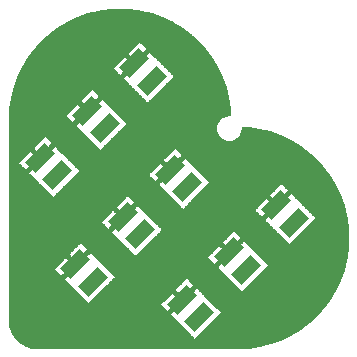
<source format=gtl>
%FSLAX33Y33*%
%MOMM*%
%AMRect-W2350000-H1200000-RO1.750*
21,1,2.35,1.2,0.,0.,45*%
%ADD10C,0.0508*%
%ADD11C,0.51054*%
%ADD12Rect-W2350000-H1200000-RO1.750*%
D10*
%LNpour fill*%
G01*
X19720Y0633D02*
X19720Y0633D01*
X19722Y0633*
X19750Y0630*
X19778Y0633*
X19780Y0633*
X20000Y0622*
X20919Y0667*
X21830Y0802*
X22722Y1026*
X23589Y1336*
X24421Y1729*
X25210Y2202*
X25949Y2750*
X26631Y3369*
X27249Y4050*
X27798Y4790*
X28271Y5579*
X28664Y6411*
X28974Y7278*
X29198Y8170*
X29333Y9081*
X29378Y10000*
X29333Y10919*
X29198Y11830*
X28974Y12722*
X28664Y13589*
X28271Y14421*
X27798Y15210*
X27249Y15949*
X26631Y16631*
X25949Y17249*
X25210Y17798*
X24421Y18271*
X23589Y18664*
X22722Y18974*
X21830Y19198*
X20919Y19333*
X20400Y19359*
X20330Y19283*
X20334Y19252*
X20334Y19248*
X20298Y18971*
X20297Y18968*
X20190Y18709*
X20188Y18706*
X20018Y18484*
X20016Y18482*
X19794Y18312*
X19791Y18310*
X19532Y18203*
X19529Y18202*
X19252Y18166*
X19248Y18166*
X18971Y18202*
X18968Y18203*
X18709Y18310*
X18706Y18312*
X18484Y18482*
X18482Y18484*
X18312Y18706*
X18310Y18709*
X18203Y18968*
X18202Y18971*
X18166Y19248*
X18166Y19252*
X18202Y19529*
X18203Y19532*
X18310Y19791*
X18312Y19794*
X18482Y20016*
X18484Y20018*
X18706Y20188*
X18709Y20190*
X18968Y20297*
X18971Y20298*
X19248Y20334*
X19252Y20334*
X19283Y20330*
X19359Y20400*
X19333Y20919*
X19198Y21830*
X18974Y22722*
X18664Y23589*
X18271Y24421*
X17798Y25210*
X17249Y25949*
X16631Y26631*
X15949Y27249*
X15210Y27798*
X14421Y28271*
X13589Y28664*
X12722Y28974*
X11830Y29198*
X10919Y29333*
X10000Y29378*
X9081Y29333*
X8170Y29198*
X7278Y28974*
X6411Y28664*
X5579Y28271*
X4790Y27798*
X4050Y27249*
X3369Y26631*
X2750Y25949*
X2202Y25210*
X1729Y24421*
X1336Y23589*
X1026Y22722*
X0802Y21830*
X0667Y20919*
X0622Y20000*
X0633Y19780*
X0633Y19778*
X0630Y19750*
X0633Y19722*
X0633Y19720*
X0621Y19485*
X0621Y3015*
X0633Y2767*
X0667Y2536*
X0724Y2310*
X0803Y2090*
X0903Y1879*
X1023Y1679*
X1162Y1491*
X1318Y1318*
X1491Y1162*
X1679Y1023*
X1879Y0903*
X2090Y0803*
X2310Y0724*
X2536Y0667*
X2767Y0633*
X3015Y0621*
X19485Y0621*
X19720Y0633*
X12255Y25987D02*
X12255Y25987D01*
X12255Y26008*
X11675Y26589*
X11654Y26589*
X10666Y25602*
X10666Y25580*
X11247Y25000*
X11268Y25000*
X12255Y25987*
X11000Y24732D02*
X11000Y24732D01*
X11000Y24753*
X10420Y25334*
X10398Y25334*
X9411Y24346*
X9411Y24325*
X9992Y23745*
X10013Y23745*
X11000Y24732*
X14589Y23654D02*
X14589Y23654D01*
X14589Y23675*
X13186Y25077*
X13167Y25096*
X13096Y25167*
X13077Y25186*
X12523Y25740*
X12502Y25740*
X10260Y23498*
X10260Y23477*
X10814Y22923*
X10833Y22904*
X10904Y22833*
X10923Y22814*
X12325Y21411*
X12346Y21411*
X14589Y23654*
X8255Y21987D02*
X8255Y21987D01*
X8255Y22008*
X7675Y22589*
X7654Y22589*
X6666Y21602*
X6666Y21580*
X7247Y21000*
X7268Y21000*
X8255Y21987*
X7000Y20732D02*
X7000Y20732D01*
X7000Y20753*
X6420Y21334*
X6398Y21334*
X5411Y20346*
X5411Y20325*
X5992Y19745*
X6013Y19745*
X7000Y20732*
X10589Y19654D02*
X10589Y19654D01*
X10589Y19675*
X9186Y21077*
X9167Y21096*
X9096Y21167*
X9077Y21186*
X8523Y21740*
X8502Y21740*
X6260Y19498*
X6260Y19477*
X6814Y18923*
X6833Y18904*
X6904Y18833*
X6923Y18814*
X8325Y17411*
X8346Y17411*
X10589Y19654*
X4255Y17987D02*
X4255Y17987D01*
X4255Y18008*
X3675Y18589*
X3654Y18589*
X2666Y17602*
X2666Y17580*
X3247Y17000*
X3268Y17000*
X4255Y17987*
X15255Y16987D02*
X15255Y16987D01*
X15255Y17008*
X14675Y17589*
X14654Y17589*
X13666Y16602*
X13666Y16580*
X14247Y16000*
X14268Y16000*
X15255Y16987*
X3000Y16732D02*
X3000Y16732D01*
X3000Y16753*
X2420Y17334*
X2398Y17334*
X1411Y16346*
X1411Y16325*
X1992Y15745*
X2013Y15745*
X3000Y16732*
X14000Y15732D02*
X14000Y15732D01*
X14000Y15753*
X13420Y16334*
X13398Y16334*
X12411Y15346*
X12411Y15325*
X12992Y14745*
X13013Y14745*
X14000Y15732*
X6589Y15654D02*
X6589Y15654D01*
X6589Y15675*
X5186Y17077*
X5167Y17096*
X5096Y17167*
X5077Y17186*
X4523Y17740*
X4502Y17740*
X2260Y15498*
X2260Y15477*
X2814Y14923*
X2833Y14904*
X2904Y14833*
X2923Y14814*
X4325Y13411*
X4346Y13411*
X6589Y15654*
X24255Y13987D02*
X24255Y13987D01*
X24255Y14008*
X23675Y14589*
X23654Y14589*
X22666Y13602*
X22666Y13580*
X23247Y13000*
X23268Y13000*
X24255Y13987*
X17589Y14654D02*
X17589Y14654D01*
X17589Y14675*
X16186Y16077*
X16167Y16096*
X16096Y16167*
X16077Y16186*
X15523Y16740*
X15502Y16740*
X13260Y14498*
X13260Y14477*
X13814Y13923*
X13833Y13904*
X13904Y13833*
X13923Y13814*
X15325Y12411*
X15346Y12411*
X17589Y14654*
X11255Y12987D02*
X11255Y12987D01*
X11255Y13008*
X10675Y13589*
X10654Y13589*
X9666Y12602*
X9666Y12580*
X10247Y12000*
X10268Y12000*
X11255Y12987*
X23000Y12732D02*
X23000Y12732D01*
X23000Y12753*
X22420Y13334*
X22398Y13334*
X21411Y12346*
X21411Y12325*
X21992Y11745*
X22013Y11745*
X23000Y12732*
X10000Y11732D02*
X10000Y11732D01*
X10000Y11753*
X9420Y12334*
X9398Y12334*
X8411Y11346*
X8411Y11325*
X8992Y10745*
X9013Y10745*
X10000Y11732*
X26589Y11654D02*
X26589Y11654D01*
X26589Y11675*
X25186Y13077*
X25167Y13096*
X25096Y13167*
X25077Y13186*
X24523Y13740*
X24502Y13740*
X22260Y11498*
X22260Y11477*
X22814Y10923*
X22833Y10904*
X22904Y10833*
X22923Y10814*
X24325Y9411*
X24346Y9411*
X26589Y11654*
X20255Y9987D02*
X20255Y9987D01*
X20255Y10008*
X19675Y10589*
X19654Y10589*
X18666Y9602*
X18666Y9580*
X19247Y9000*
X19268Y9000*
X20255Y9987*
X13589Y10654D02*
X13589Y10654D01*
X13589Y10675*
X12186Y12077*
X12167Y12096*
X12096Y12167*
X12077Y12186*
X11523Y12740*
X11502Y12740*
X9260Y10498*
X9260Y10477*
X9814Y9923*
X9833Y9904*
X9904Y9833*
X9923Y9814*
X11325Y8411*
X11346Y8411*
X13589Y10654*
X7260Y8992D02*
X7260Y8992D01*
X7260Y9013*
X6679Y9594*
X6658Y9594*
X5671Y8606*
X5671Y8585*
X6252Y8005*
X6273Y8005*
X7260Y8992*
X19000Y8732D02*
X19000Y8732D01*
X19000Y8753*
X18420Y9334*
X18398Y9334*
X17411Y8346*
X17411Y8325*
X17992Y7745*
X18013Y7745*
X19000Y8732*
X6005Y7737D02*
X6005Y7737D01*
X6005Y7758*
X5424Y8338*
X5403Y8338*
X4416Y7351*
X4416Y7330*
X4997Y6750*
X5018Y6750*
X6005Y7737*
X22589Y7654D02*
X22589Y7654D01*
X22589Y7675*
X21186Y9077*
X21167Y9096*
X21096Y9167*
X21077Y9186*
X20523Y9740*
X20502Y9740*
X18260Y7498*
X18260Y7477*
X18814Y6923*
X18833Y6904*
X18833Y6904*
X18904Y6833*
X18904Y6833*
X18923Y6814*
X20325Y5411*
X20346Y5411*
X22589Y7654*
X16255Y5987D02*
X16255Y5987D01*
X16255Y6008*
X15675Y6589*
X15654Y6589*
X14666Y5602*
X14666Y5580*
X15247Y5000*
X15268Y5000*
X16255Y5987*
X9594Y6658D02*
X9594Y6658D01*
X9594Y6679*
X8191Y8082*
X8172Y8101*
X8101Y8172*
X8082Y8191*
X7528Y8745*
X7507Y8745*
X5265Y6503*
X5265Y6482*
X5819Y5928*
X5838Y5909*
X5909Y5838*
X5928Y5819*
X7330Y4416*
X7351Y4416*
X9594Y6658*
X15000Y4732D02*
X15000Y4732D01*
X15000Y4753*
X14420Y5334*
X14398Y5334*
X13411Y4346*
X13411Y4325*
X13992Y3745*
X14013Y3745*
X15000Y4732*
X18589Y3654D02*
X18589Y3654D01*
X18589Y3675*
X17186Y5077*
X17167Y5096*
X17096Y5167*
X17077Y5186*
X16523Y5740*
X16502Y5740*
X14260Y3498*
X14260Y3477*
X14814Y2923*
X14833Y2904*
X14833Y2904*
X14904Y2833*
X14904Y2833*
X14923Y2814*
X16325Y1411*
X16346Y1411*
X18589Y3654*
X2686Y0645D02*
X20476Y0645D01*
X2427Y0695D02*
X21106Y0695D01*
X2254Y0744D02*
X21440Y0744D01*
X2115Y0794D02*
X21774Y0794D01*
X2004Y0843D02*
X21995Y0843D01*
X1900Y0893D02*
X22192Y0893D01*
X1813Y0942D02*
X22390Y0942D01*
X1730Y0992D02*
X22588Y0992D01*
X1653Y1041D02*
X22766Y1041D01*
X1587Y1091D02*
X22905Y1091D01*
X1520Y1140D02*
X23043Y1140D01*
X1460Y1190D02*
X23182Y1190D01*
X1405Y1239D02*
X23320Y1239D01*
X1351Y1289D02*
X23459Y1289D01*
X1300Y1339D02*
X23595Y1339D01*
X1255Y1388D02*
X23700Y1388D01*
X1210Y1438D02*
X16299Y1438D01*
X16373Y1438D02*
X23805Y1438D01*
X1165Y1487D02*
X16250Y1487D01*
X16422Y1487D02*
X23909Y1487D01*
X1128Y1537D02*
X16200Y1537D01*
X16472Y1537D02*
X24014Y1537D01*
X1091Y1586D02*
X16151Y1586D01*
X16521Y1586D02*
X24119Y1586D01*
X1054Y1636D02*
X16101Y1636D01*
X16571Y1636D02*
X24223Y1636D01*
X1019Y1685D02*
X16051Y1685D01*
X16620Y1685D02*
X24328Y1685D01*
X0989Y1735D02*
X16002Y1735D01*
X16670Y1735D02*
X24430Y1735D01*
X0959Y1784D02*
X15952Y1784D01*
X16719Y1784D02*
X24513Y1784D01*
X0930Y1834D02*
X15903Y1834D01*
X16769Y1834D02*
X24596Y1834D01*
X0900Y1883D02*
X15853Y1883D01*
X16818Y1883D02*
X24678Y1883D01*
X0877Y1933D02*
X15804Y1933D01*
X16868Y1933D02*
X24761Y1933D01*
X0854Y1982D02*
X15754Y1982D01*
X16917Y1982D02*
X24844Y1982D01*
X0830Y2032D02*
X15705Y2032D01*
X16967Y2032D02*
X24926Y2032D01*
X0807Y2081D02*
X15655Y2081D01*
X17017Y2081D02*
X25009Y2081D01*
X0788Y2131D02*
X15606Y2131D01*
X17066Y2131D02*
X25091Y2131D01*
X0770Y2181D02*
X15556Y2181D01*
X17116Y2181D02*
X25174Y2181D01*
X0753Y2230D02*
X15507Y2230D01*
X17165Y2230D02*
X25248Y2230D01*
X0735Y2280D02*
X15457Y2280D01*
X17215Y2280D02*
X25315Y2280D01*
X0719Y2329D02*
X15408Y2329D01*
X17264Y2329D02*
X25381Y2329D01*
X0707Y2379D02*
X15358Y2379D01*
X17314Y2379D02*
X25448Y2379D01*
X0694Y2428D02*
X15308Y2428D01*
X17363Y2428D02*
X25515Y2428D01*
X0682Y2478D02*
X15259Y2478D01*
X17413Y2478D02*
X25582Y2478D01*
X0670Y2527D02*
X15209Y2527D01*
X17462Y2527D02*
X25648Y2527D01*
X0661Y2577D02*
X15160Y2577D01*
X17512Y2577D02*
X25715Y2577D01*
X0654Y2626D02*
X15110Y2626D01*
X17561Y2626D02*
X25782Y2626D01*
X0647Y2676D02*
X15061Y2676D01*
X17611Y2676D02*
X25849Y2676D01*
X0639Y2725D02*
X15011Y2725D01*
X17660Y2725D02*
X25916Y2725D01*
X0633Y2775D02*
X14962Y2775D01*
X17710Y2775D02*
X25976Y2775D01*
X0630Y2824D02*
X14912Y2824D01*
X17760Y2824D02*
X26031Y2824D01*
X0628Y2874D02*
X14863Y2874D01*
X17809Y2874D02*
X26086Y2874D01*
X0625Y2924D02*
X14813Y2924D01*
X17859Y2924D02*
X26140Y2924D01*
X0623Y2973D02*
X14764Y2973D01*
X17908Y2973D02*
X26195Y2973D01*
X0621Y3023D02*
X14714Y3023D01*
X17958Y3023D02*
X26250Y3023D01*
X0621Y3072D02*
X14665Y3072D01*
X18007Y3072D02*
X26304Y3072D01*
X0621Y3122D02*
X14615Y3122D01*
X18057Y3122D02*
X26359Y3122D01*
X0621Y3171D02*
X14566Y3171D01*
X18106Y3171D02*
X26414Y3171D01*
X0621Y3221D02*
X14516Y3221D01*
X18156Y3221D02*
X26468Y3221D01*
X0621Y3270D02*
X14466Y3270D01*
X18205Y3270D02*
X26523Y3270D01*
X0621Y3320D02*
X14417Y3320D01*
X18255Y3320D02*
X26578Y3320D01*
X0621Y3369D02*
X14367Y3369D01*
X18304Y3369D02*
X26632Y3369D01*
X0621Y3419D02*
X14318Y3419D01*
X18354Y3419D02*
X26677Y3419D01*
X0621Y3468D02*
X14268Y3468D01*
X18403Y3468D02*
X26722Y3468D01*
X0621Y3518D02*
X14280Y3518D01*
X18453Y3518D02*
X26767Y3518D01*
X0621Y3567D02*
X14329Y3567D01*
X18502Y3567D02*
X26812Y3567D01*
X0621Y3617D02*
X14379Y3617D01*
X18552Y3617D02*
X26857Y3617D01*
X0621Y3666D02*
X14428Y3666D01*
X18589Y3666D02*
X26901Y3666D01*
X0621Y3716D02*
X14478Y3716D01*
X18547Y3716D02*
X26946Y3716D01*
X0621Y3766D02*
X13971Y3766D01*
X14034Y3766D02*
X14528Y3766D01*
X18498Y3766D02*
X26991Y3766D01*
X0621Y3815D02*
X13922Y3815D01*
X14083Y3815D02*
X14577Y3815D01*
X18448Y3815D02*
X27036Y3815D01*
X0621Y3865D02*
X13872Y3865D01*
X14133Y3865D02*
X14627Y3865D01*
X18399Y3865D02*
X27081Y3865D01*
X0621Y3914D02*
X13823Y3914D01*
X14182Y3914D02*
X14676Y3914D01*
X18349Y3914D02*
X27126Y3914D01*
X0621Y3964D02*
X13773Y3964D01*
X14232Y3964D02*
X14726Y3964D01*
X18300Y3964D02*
X27171Y3964D01*
X0621Y4013D02*
X13724Y4013D01*
X14281Y4013D02*
X14775Y4013D01*
X18250Y4013D02*
X27216Y4013D01*
X0621Y4063D02*
X13674Y4063D01*
X14331Y4063D02*
X14825Y4063D01*
X18201Y4063D02*
X27259Y4063D01*
X0621Y4112D02*
X13624Y4112D01*
X14380Y4112D02*
X14874Y4112D01*
X18151Y4112D02*
X27295Y4112D01*
X0621Y4162D02*
X13575Y4162D01*
X14430Y4162D02*
X14924Y4162D01*
X18102Y4162D02*
X27332Y4162D01*
X0621Y4211D02*
X13525Y4211D01*
X14479Y4211D02*
X14973Y4211D01*
X18052Y4211D02*
X27369Y4211D01*
X0621Y4261D02*
X13476Y4261D01*
X14529Y4261D02*
X15023Y4261D01*
X18002Y4261D02*
X27405Y4261D01*
X0621Y4310D02*
X13426Y4310D01*
X14578Y4310D02*
X15072Y4310D01*
X17953Y4310D02*
X27442Y4310D01*
X0621Y4360D02*
X13425Y4360D01*
X14628Y4360D02*
X15122Y4360D01*
X17903Y4360D02*
X27479Y4360D01*
X0621Y4409D02*
X13474Y4409D01*
X14678Y4409D02*
X15171Y4409D01*
X17854Y4409D02*
X27516Y4409D01*
X0621Y4459D02*
X7287Y4459D01*
X7394Y4459D02*
X13524Y4459D01*
X14727Y4459D02*
X15221Y4459D01*
X17804Y4459D02*
X27552Y4459D01*
X0621Y4508D02*
X7238Y4508D01*
X7444Y4508D02*
X13573Y4508D01*
X14777Y4508D02*
X15270Y4508D01*
X17755Y4508D02*
X27589Y4508D01*
X0621Y4558D02*
X7188Y4558D01*
X7493Y4558D02*
X13623Y4558D01*
X14826Y4558D02*
X15320Y4558D01*
X17705Y4558D02*
X27626Y4558D01*
X0621Y4608D02*
X7139Y4608D01*
X7543Y4608D02*
X13672Y4608D01*
X14876Y4608D02*
X15370Y4608D01*
X17656Y4608D02*
X27663Y4608D01*
X0621Y4657D02*
X7089Y4657D01*
X7592Y4657D02*
X13722Y4657D01*
X14925Y4657D02*
X15419Y4657D01*
X17606Y4657D02*
X27699Y4657D01*
X0621Y4707D02*
X7040Y4707D01*
X7642Y4707D02*
X13772Y4707D01*
X14975Y4707D02*
X15469Y4707D01*
X17557Y4707D02*
X27736Y4707D01*
X0621Y4756D02*
X6990Y4756D01*
X7691Y4756D02*
X13821Y4756D01*
X14997Y4756D02*
X15518Y4756D01*
X17507Y4756D02*
X27773Y4756D01*
X0621Y4806D02*
X6941Y4806D01*
X7741Y4806D02*
X13871Y4806D01*
X14947Y4806D02*
X15568Y4806D01*
X17458Y4806D02*
X27807Y4806D01*
X0621Y4855D02*
X6891Y4855D01*
X7790Y4855D02*
X13920Y4855D01*
X14898Y4855D02*
X15617Y4855D01*
X17408Y4855D02*
X27837Y4855D01*
X0621Y4905D02*
X6842Y4905D01*
X7840Y4905D02*
X13970Y4905D01*
X14848Y4905D02*
X15667Y4905D01*
X17359Y4905D02*
X27867Y4905D01*
X0621Y4954D02*
X6792Y4954D01*
X7889Y4954D02*
X14019Y4954D01*
X14799Y4954D02*
X15716Y4954D01*
X17309Y4954D02*
X27896Y4954D01*
X0621Y5004D02*
X6743Y5004D01*
X7939Y5004D02*
X14069Y5004D01*
X14749Y5004D02*
X15243Y5004D01*
X15272Y5004D02*
X15766Y5004D01*
X17260Y5004D02*
X27926Y5004D01*
X0621Y5053D02*
X6693Y5053D01*
X7988Y5053D02*
X14118Y5053D01*
X14700Y5053D02*
X15194Y5053D01*
X15321Y5053D02*
X15815Y5053D01*
X17210Y5053D02*
X27956Y5053D01*
X0621Y5103D02*
X6644Y5103D01*
X8038Y5103D02*
X14168Y5103D01*
X14650Y5103D02*
X15144Y5103D01*
X15371Y5103D02*
X15865Y5103D01*
X17160Y5103D02*
X27985Y5103D01*
X0621Y5152D02*
X6594Y5152D01*
X8087Y5152D02*
X14217Y5152D01*
X14601Y5152D02*
X15095Y5152D01*
X15421Y5152D02*
X15914Y5152D01*
X17111Y5152D02*
X28015Y5152D01*
X0621Y5202D02*
X6545Y5202D01*
X8137Y5202D02*
X14267Y5202D01*
X14551Y5202D02*
X15045Y5202D01*
X15470Y5202D02*
X15964Y5202D01*
X17061Y5202D02*
X28045Y5202D01*
X0621Y5251D02*
X6495Y5251D01*
X8186Y5251D02*
X14316Y5251D01*
X14502Y5251D02*
X14996Y5251D01*
X15520Y5251D02*
X16013Y5251D01*
X17012Y5251D02*
X28074Y5251D01*
X0621Y5301D02*
X6445Y5301D01*
X8236Y5301D02*
X14366Y5301D01*
X14452Y5301D02*
X14946Y5301D01*
X15569Y5301D02*
X16063Y5301D01*
X16962Y5301D02*
X28104Y5301D01*
X0621Y5350D02*
X6396Y5350D01*
X8286Y5350D02*
X14896Y5350D01*
X15619Y5350D02*
X16112Y5350D01*
X16913Y5350D02*
X28134Y5350D01*
X0621Y5400D02*
X6346Y5400D01*
X8335Y5400D02*
X14847Y5400D01*
X15668Y5400D02*
X16162Y5400D01*
X16863Y5400D02*
X28164Y5400D01*
X0621Y5450D02*
X6297Y5450D01*
X8385Y5450D02*
X14797Y5450D01*
X15718Y5450D02*
X16212Y5450D01*
X16814Y5450D02*
X20287Y5450D01*
X20385Y5450D02*
X28193Y5450D01*
X0621Y5499D02*
X6247Y5499D01*
X8434Y5499D02*
X14748Y5499D01*
X15767Y5499D02*
X16261Y5499D01*
X16764Y5499D02*
X20238Y5499D01*
X20434Y5499D02*
X28223Y5499D01*
X0621Y5549D02*
X6198Y5549D01*
X8484Y5549D02*
X14698Y5549D01*
X15817Y5549D02*
X16311Y5549D01*
X16715Y5549D02*
X20188Y5549D01*
X20484Y5549D02*
X28253Y5549D01*
X0621Y5598D02*
X6148Y5598D01*
X8533Y5598D02*
X14666Y5598D01*
X15866Y5598D02*
X16360Y5598D01*
X16665Y5598D02*
X20139Y5598D01*
X20533Y5598D02*
X28280Y5598D01*
X0621Y5648D02*
X6099Y5648D01*
X8583Y5648D02*
X14713Y5648D01*
X15916Y5648D02*
X16410Y5648D01*
X16616Y5648D02*
X20089Y5648D01*
X20583Y5648D02*
X28303Y5648D01*
X0621Y5697D02*
X6049Y5697D01*
X8632Y5697D02*
X14762Y5697D01*
X15965Y5697D02*
X16459Y5697D01*
X16566Y5697D02*
X20040Y5697D01*
X20632Y5697D02*
X28327Y5697D01*
X0621Y5747D02*
X6000Y5747D01*
X8682Y5747D02*
X14812Y5747D01*
X16015Y5747D02*
X19990Y5747D01*
X20682Y5747D02*
X28350Y5747D01*
X0621Y5796D02*
X5950Y5796D01*
X8731Y5796D02*
X14861Y5796D01*
X16064Y5796D02*
X19940Y5796D01*
X20731Y5796D02*
X28374Y5796D01*
X0621Y5846D02*
X5901Y5846D01*
X8781Y5846D02*
X14911Y5846D01*
X16114Y5846D02*
X19891Y5846D01*
X20781Y5846D02*
X28397Y5846D01*
X0621Y5895D02*
X5851Y5895D01*
X8830Y5895D02*
X14960Y5895D01*
X16163Y5895D02*
X19841Y5895D01*
X20830Y5895D02*
X28420Y5895D01*
X0621Y5945D02*
X5802Y5945D01*
X8880Y5945D02*
X15010Y5945D01*
X16213Y5945D02*
X19792Y5945D01*
X20880Y5945D02*
X28444Y5945D01*
X0621Y5994D02*
X5752Y5994D01*
X8929Y5994D02*
X15059Y5994D01*
X16255Y5994D02*
X19742Y5994D01*
X20929Y5994D02*
X28467Y5994D01*
X0621Y6044D02*
X5702Y6044D01*
X8979Y6044D02*
X15109Y6044D01*
X16219Y6044D02*
X19693Y6044D01*
X20979Y6044D02*
X28491Y6044D01*
X0621Y6093D02*
X5653Y6093D01*
X9028Y6093D02*
X15158Y6093D01*
X16170Y6093D02*
X19643Y6093D01*
X21028Y6093D02*
X28514Y6093D01*
X0621Y6143D02*
X5603Y6143D01*
X9078Y6143D02*
X15208Y6143D01*
X16120Y6143D02*
X19594Y6143D01*
X21078Y6143D02*
X28538Y6143D01*
X0621Y6192D02*
X5554Y6192D01*
X9128Y6192D02*
X15257Y6192D01*
X16071Y6192D02*
X19544Y6192D01*
X21128Y6192D02*
X28561Y6192D01*
X0621Y6242D02*
X5504Y6242D01*
X9177Y6242D02*
X15307Y6242D01*
X16021Y6242D02*
X19495Y6242D01*
X21177Y6242D02*
X28584Y6242D01*
X0621Y6292D02*
X5455Y6292D01*
X9227Y6292D02*
X15356Y6292D01*
X15972Y6292D02*
X19445Y6292D01*
X21227Y6292D02*
X28608Y6292D01*
X0621Y6341D02*
X5405Y6341D01*
X9276Y6341D02*
X15406Y6341D01*
X15922Y6341D02*
X19396Y6341D01*
X21276Y6341D02*
X28631Y6341D01*
X0621Y6391D02*
X5356Y6391D01*
X9326Y6391D02*
X15456Y6391D01*
X15873Y6391D02*
X19346Y6391D01*
X21326Y6391D02*
X28655Y6391D01*
X0621Y6440D02*
X5306Y6440D01*
X9375Y6440D02*
X15505Y6440D01*
X15823Y6440D02*
X19297Y6440D01*
X21375Y6440D02*
X28675Y6440D01*
X0621Y6490D02*
X5265Y6490D01*
X9425Y6490D02*
X15555Y6490D01*
X15774Y6490D02*
X19247Y6490D01*
X21425Y6490D02*
X28692Y6490D01*
X0621Y6539D02*
X5301Y6539D01*
X9474Y6539D02*
X15604Y6539D01*
X15724Y6539D02*
X19198Y6539D01*
X21474Y6539D02*
X28710Y6539D01*
X0621Y6589D02*
X5351Y6589D01*
X9524Y6589D02*
X19148Y6589D01*
X21524Y6589D02*
X28728Y6589D01*
X0621Y6638D02*
X5400Y6638D01*
X9573Y6638D02*
X19098Y6638D01*
X21573Y6638D02*
X28746Y6638D01*
X0621Y6688D02*
X5450Y6688D01*
X9585Y6688D02*
X19049Y6688D01*
X21623Y6688D02*
X28763Y6688D01*
X0621Y6737D02*
X5499Y6737D01*
X9536Y6737D02*
X18999Y6737D01*
X21672Y6737D02*
X28781Y6737D01*
X0621Y6787D02*
X4960Y6787D01*
X5055Y6787D02*
X5549Y6787D01*
X9486Y6787D02*
X18950Y6787D01*
X21722Y6787D02*
X28799Y6787D01*
X0621Y6836D02*
X4910Y6836D01*
X5105Y6836D02*
X5598Y6836D01*
X9437Y6836D02*
X18900Y6836D01*
X21771Y6836D02*
X28817Y6836D01*
X0621Y6886D02*
X4860Y6886D01*
X5154Y6886D02*
X5648Y6886D01*
X9387Y6886D02*
X18851Y6886D01*
X21821Y6886D02*
X28834Y6886D01*
X0621Y6935D02*
X4811Y6935D01*
X5204Y6935D02*
X5697Y6935D01*
X9338Y6935D02*
X18801Y6935D01*
X21870Y6935D02*
X28852Y6935D01*
X0621Y6985D02*
X4761Y6985D01*
X5253Y6985D02*
X5747Y6985D01*
X9288Y6985D02*
X18752Y6985D01*
X21920Y6985D02*
X28870Y6985D01*
X0621Y7034D02*
X4712Y7034D01*
X5303Y7034D02*
X5796Y7034D01*
X9239Y7034D02*
X18702Y7034D01*
X21970Y7034D02*
X28887Y7034D01*
X0621Y7084D02*
X4662Y7084D01*
X5352Y7084D02*
X5846Y7084D01*
X9189Y7084D02*
X18653Y7084D01*
X22019Y7084D02*
X28905Y7084D01*
X0621Y7134D02*
X4613Y7134D01*
X5402Y7134D02*
X5896Y7134D01*
X9139Y7134D02*
X18603Y7134D01*
X22069Y7134D02*
X28923Y7134D01*
X0621Y7183D02*
X4563Y7183D01*
X5451Y7183D02*
X5945Y7183D01*
X9090Y7183D02*
X18554Y7183D01*
X22118Y7183D02*
X28941Y7183D01*
X0621Y7233D02*
X4514Y7233D01*
X5501Y7233D02*
X5995Y7233D01*
X9040Y7233D02*
X18504Y7233D01*
X22168Y7233D02*
X28958Y7233D01*
X0621Y7282D02*
X4464Y7282D01*
X5550Y7282D02*
X6044Y7282D01*
X8991Y7282D02*
X18455Y7282D01*
X22217Y7282D02*
X28976Y7282D01*
X0621Y7332D02*
X4416Y7332D01*
X5600Y7332D02*
X6094Y7332D01*
X8941Y7332D02*
X18405Y7332D01*
X22267Y7332D02*
X28988Y7332D01*
X0621Y7381D02*
X4446Y7381D01*
X5649Y7381D02*
X6143Y7381D01*
X8892Y7381D02*
X18355Y7381D01*
X22316Y7381D02*
X29000Y7381D01*
X0621Y7431D02*
X4496Y7431D01*
X5699Y7431D02*
X6193Y7431D01*
X8842Y7431D02*
X18306Y7431D01*
X22366Y7431D02*
X29013Y7431D01*
X0621Y7480D02*
X4545Y7480D01*
X5748Y7480D02*
X6242Y7480D01*
X8793Y7480D02*
X18260Y7480D01*
X22415Y7480D02*
X29025Y7480D01*
X0621Y7530D02*
X4595Y7530D01*
X5798Y7530D02*
X6292Y7530D01*
X8743Y7530D02*
X18292Y7530D01*
X22465Y7530D02*
X29038Y7530D01*
X0621Y7579D02*
X4644Y7579D01*
X5847Y7579D02*
X6341Y7579D01*
X8694Y7579D02*
X18341Y7579D01*
X22514Y7579D02*
X29050Y7579D01*
X0621Y7629D02*
X4694Y7629D01*
X5897Y7629D02*
X6391Y7629D01*
X8644Y7629D02*
X18391Y7629D01*
X22564Y7629D02*
X29062Y7629D01*
X0621Y7678D02*
X4743Y7678D01*
X5947Y7678D02*
X6440Y7678D01*
X8595Y7678D02*
X18440Y7678D01*
X22585Y7678D02*
X29075Y7678D01*
X0621Y7728D02*
X4793Y7728D01*
X5996Y7728D02*
X6490Y7728D01*
X8545Y7728D02*
X18490Y7728D01*
X22535Y7728D02*
X29087Y7728D01*
X0621Y7777D02*
X4842Y7777D01*
X5985Y7777D02*
X6539Y7777D01*
X8496Y7777D02*
X17959Y7777D01*
X18046Y7777D02*
X18539Y7777D01*
X22486Y7777D02*
X29100Y7777D01*
X0621Y7827D02*
X4892Y7827D01*
X5936Y7827D02*
X6589Y7827D01*
X8446Y7827D02*
X17910Y7827D01*
X18095Y7827D02*
X18589Y7827D01*
X22436Y7827D02*
X29112Y7827D01*
X0621Y7877D02*
X4941Y7877D01*
X5886Y7877D02*
X6639Y7877D01*
X8397Y7877D02*
X17860Y7877D01*
X18145Y7877D02*
X18639Y7877D01*
X22387Y7877D02*
X29124Y7877D01*
X0621Y7926D02*
X4991Y7926D01*
X5837Y7926D02*
X6688Y7926D01*
X8347Y7926D02*
X17811Y7926D01*
X18194Y7926D02*
X18688Y7926D01*
X22337Y7926D02*
X29137Y7926D01*
X0621Y7976D02*
X5041Y7976D01*
X5787Y7976D02*
X6738Y7976D01*
X8297Y7976D02*
X17761Y7976D01*
X18244Y7976D02*
X18738Y7976D01*
X22288Y7976D02*
X29149Y7976D01*
X0621Y8025D02*
X5090Y8025D01*
X5738Y8025D02*
X6232Y8025D01*
X6293Y8025D02*
X6787Y8025D01*
X8248Y8025D02*
X17712Y8025D01*
X18293Y8025D02*
X18787Y8025D01*
X22238Y8025D02*
X29162Y8025D01*
X0621Y8075D02*
X5140Y8075D01*
X5688Y8075D02*
X6182Y8075D01*
X6343Y8075D02*
X6837Y8075D01*
X8198Y8075D02*
X17662Y8075D01*
X18343Y8075D02*
X18837Y8075D01*
X22189Y8075D02*
X29174Y8075D01*
X0621Y8124D02*
X5189Y8124D01*
X5639Y8124D02*
X6132Y8124D01*
X6392Y8124D02*
X6886Y8124D01*
X8149Y8124D02*
X17613Y8124D01*
X18392Y8124D02*
X18886Y8124D01*
X22139Y8124D02*
X29186Y8124D01*
X0621Y8174D02*
X5239Y8174D01*
X5589Y8174D02*
X6083Y8174D01*
X6442Y8174D02*
X6936Y8174D01*
X8099Y8174D02*
X17563Y8174D01*
X18442Y8174D02*
X18936Y8174D01*
X22090Y8174D02*
X29198Y8174D01*
X0621Y8223D02*
X5288Y8223D01*
X5540Y8223D02*
X6033Y8223D01*
X6491Y8223D02*
X6985Y8223D01*
X8050Y8223D02*
X17513Y8223D01*
X18491Y8223D02*
X18985Y8223D01*
X22040Y8223D02*
X29206Y8223D01*
X0621Y8273D02*
X5338Y8273D01*
X5490Y8273D02*
X5984Y8273D01*
X6541Y8273D02*
X7035Y8273D01*
X8000Y8273D02*
X17464Y8273D01*
X18541Y8273D02*
X19035Y8273D01*
X21991Y8273D02*
X29213Y8273D01*
X0621Y8322D02*
X5387Y8322D01*
X5441Y8322D02*
X5934Y8322D01*
X6590Y8322D02*
X7084Y8322D01*
X7951Y8322D02*
X17414Y8322D01*
X18590Y8322D02*
X19084Y8322D01*
X21941Y8322D02*
X29221Y8322D01*
X0621Y8372D02*
X5885Y8372D01*
X6640Y8372D02*
X7134Y8372D01*
X7901Y8372D02*
X17437Y8372D01*
X18640Y8372D02*
X19134Y8372D01*
X21892Y8372D02*
X29228Y8372D01*
X0621Y8421D02*
X5835Y8421D01*
X6689Y8421D02*
X7183Y8421D01*
X7852Y8421D02*
X11315Y8421D01*
X11356Y8421D02*
X17486Y8421D01*
X18689Y8421D02*
X19183Y8421D01*
X21842Y8421D02*
X29235Y8421D01*
X0621Y8471D02*
X5786Y8471D01*
X6739Y8471D02*
X7233Y8471D01*
X7802Y8471D02*
X11266Y8471D01*
X11406Y8471D02*
X17536Y8471D01*
X18739Y8471D02*
X19233Y8471D01*
X21792Y8471D02*
X29243Y8471D01*
X0621Y8520D02*
X5736Y8520D01*
X6789Y8520D02*
X7282Y8520D01*
X7753Y8520D02*
X11216Y8520D01*
X11455Y8520D02*
X17585Y8520D01*
X18789Y8520D02*
X19282Y8520D01*
X21743Y8520D02*
X29250Y8520D01*
X0621Y8570D02*
X5687Y8570D01*
X6838Y8570D02*
X7332Y8570D01*
X7703Y8570D02*
X11167Y8570D01*
X11505Y8570D02*
X17635Y8570D01*
X18838Y8570D02*
X19332Y8570D01*
X21693Y8570D02*
X29257Y8570D01*
X0621Y8619D02*
X5684Y8619D01*
X6888Y8619D02*
X7381Y8619D01*
X7654Y8619D02*
X11117Y8619D01*
X11555Y8619D02*
X17684Y8619D01*
X18888Y8619D02*
X19381Y8619D01*
X21644Y8619D02*
X29265Y8619D01*
X0621Y8669D02*
X5734Y8669D01*
X6937Y8669D02*
X7431Y8669D01*
X7604Y8669D02*
X11068Y8669D01*
X11604Y8669D02*
X17734Y8669D01*
X18937Y8669D02*
X19431Y8669D01*
X21594Y8669D02*
X29272Y8669D01*
X0621Y8719D02*
X5783Y8719D01*
X6987Y8719D02*
X7481Y8719D01*
X7554Y8719D02*
X11018Y8719D01*
X11654Y8719D02*
X17783Y8719D01*
X18987Y8719D02*
X19481Y8719D01*
X21545Y8719D02*
X29279Y8719D01*
X0621Y8768D02*
X5833Y8768D01*
X7036Y8768D02*
X10969Y8768D01*
X11703Y8768D02*
X17833Y8768D01*
X18985Y8768D02*
X19530Y8768D01*
X21495Y8768D02*
X29287Y8768D01*
X0621Y8818D02*
X5883Y8818D01*
X7086Y8818D02*
X10919Y8818D01*
X11753Y8818D02*
X17883Y8818D01*
X18936Y8818D02*
X19580Y8818D01*
X21446Y8818D02*
X29294Y8818D01*
X0621Y8867D02*
X5932Y8867D01*
X7135Y8867D02*
X10870Y8867D01*
X11802Y8867D02*
X17932Y8867D01*
X18886Y8867D02*
X19629Y8867D01*
X21396Y8867D02*
X29301Y8867D01*
X0621Y8917D02*
X5982Y8917D01*
X7185Y8917D02*
X10820Y8917D01*
X11852Y8917D02*
X17982Y8917D01*
X18836Y8917D02*
X19679Y8917D01*
X21347Y8917D02*
X29309Y8917D01*
X0621Y8966D02*
X6031Y8966D01*
X7234Y8966D02*
X10771Y8966D01*
X11901Y8966D02*
X18031Y8966D01*
X18787Y8966D02*
X19728Y8966D01*
X21297Y8966D02*
X29316Y8966D01*
X0621Y9016D02*
X6081Y9016D01*
X7257Y9016D02*
X10721Y9016D01*
X11951Y9016D02*
X18081Y9016D01*
X18737Y9016D02*
X19231Y9016D01*
X19284Y9016D02*
X19778Y9016D01*
X21248Y9016D02*
X29323Y9016D01*
X0621Y9065D02*
X6130Y9065D01*
X7208Y9065D02*
X10671Y9065D01*
X12000Y9065D02*
X18130Y9065D01*
X18688Y9065D02*
X19182Y9065D01*
X19333Y9065D02*
X19827Y9065D01*
X21198Y9065D02*
X29331Y9065D01*
X0621Y9115D02*
X6180Y9115D01*
X7158Y9115D02*
X10622Y9115D01*
X12050Y9115D02*
X18180Y9115D01*
X18638Y9115D02*
X19132Y9115D01*
X19383Y9115D02*
X19877Y9115D01*
X21149Y9115D02*
X29335Y9115D01*
X0621Y9164D02*
X6229Y9164D01*
X7109Y9164D02*
X10572Y9164D01*
X12099Y9164D02*
X18229Y9164D01*
X18589Y9164D02*
X19083Y9164D01*
X19432Y9164D02*
X19926Y9164D01*
X21099Y9164D02*
X29337Y9164D01*
X0621Y9214D02*
X6279Y9214D01*
X7059Y9214D02*
X10523Y9214D01*
X12149Y9214D02*
X18279Y9214D01*
X18539Y9214D02*
X19033Y9214D01*
X19482Y9214D02*
X19976Y9214D01*
X21049Y9214D02*
X29340Y9214D01*
X0621Y9263D02*
X6328Y9263D01*
X7010Y9263D02*
X10473Y9263D01*
X12198Y9263D02*
X18328Y9263D01*
X18490Y9263D02*
X18984Y9263D01*
X19531Y9263D02*
X20025Y9263D01*
X21000Y9263D02*
X29342Y9263D01*
X0621Y9313D02*
X6378Y9313D01*
X6960Y9313D02*
X10424Y9313D01*
X12248Y9313D02*
X18378Y9313D01*
X18440Y9313D02*
X18934Y9313D01*
X19581Y9313D02*
X20075Y9313D01*
X20950Y9313D02*
X29344Y9313D01*
X0621Y9362D02*
X6427Y9362D01*
X6911Y9362D02*
X10374Y9362D01*
X12297Y9362D02*
X18885Y9362D01*
X19631Y9362D02*
X20124Y9362D01*
X20901Y9362D02*
X29347Y9362D01*
X0621Y9412D02*
X6477Y9412D01*
X6861Y9412D02*
X10325Y9412D01*
X12347Y9412D02*
X18835Y9412D01*
X19680Y9412D02*
X20174Y9412D01*
X20851Y9412D02*
X24325Y9412D01*
X24347Y9412D02*
X29349Y9412D01*
X0621Y9461D02*
X6526Y9461D01*
X6812Y9461D02*
X10275Y9461D01*
X12397Y9461D02*
X18785Y9461D01*
X19730Y9461D02*
X20223Y9461D01*
X20802Y9461D02*
X24275Y9461D01*
X24397Y9461D02*
X29352Y9461D01*
X0621Y9511D02*
X6576Y9511D01*
X6762Y9511D02*
X10226Y9511D01*
X12446Y9511D02*
X18736Y9511D01*
X19779Y9511D02*
X20273Y9511D01*
X20752Y9511D02*
X24226Y9511D01*
X24446Y9511D02*
X29354Y9511D01*
X0621Y9561D02*
X6625Y9561D01*
X6712Y9561D02*
X10176Y9561D01*
X12496Y9561D02*
X18686Y9561D01*
X19829Y9561D02*
X20323Y9561D01*
X20703Y9561D02*
X24176Y9561D01*
X24496Y9561D02*
X29357Y9561D01*
X0621Y9610D02*
X10127Y9610D01*
X12545Y9610D02*
X18675Y9610D01*
X19878Y9610D02*
X20372Y9610D01*
X20653Y9610D02*
X24127Y9610D01*
X24545Y9610D02*
X29359Y9610D01*
X0621Y9660D02*
X10077Y9660D01*
X12595Y9660D02*
X18725Y9660D01*
X19928Y9660D02*
X20422Y9660D01*
X20604Y9660D02*
X24077Y9660D01*
X24595Y9660D02*
X29362Y9660D01*
X0621Y9709D02*
X10028Y9709D01*
X12644Y9709D02*
X18774Y9709D01*
X19977Y9709D02*
X20471Y9709D01*
X20554Y9709D02*
X24028Y9709D01*
X24644Y9709D02*
X29364Y9709D01*
X0621Y9759D02*
X9978Y9759D01*
X12694Y9759D02*
X18824Y9759D01*
X20027Y9759D02*
X23978Y9759D01*
X24694Y9759D02*
X29366Y9759D01*
X0621Y9808D02*
X9929Y9808D01*
X12743Y9808D02*
X18873Y9808D01*
X20076Y9808D02*
X23929Y9808D01*
X24743Y9808D02*
X29369Y9808D01*
X0621Y9858D02*
X9879Y9858D01*
X12793Y9858D02*
X18923Y9858D01*
X20126Y9858D02*
X23879Y9858D01*
X24793Y9858D02*
X29371Y9858D01*
X0621Y9907D02*
X9829Y9907D01*
X12842Y9907D02*
X18972Y9907D01*
X20175Y9907D02*
X23829Y9907D01*
X24842Y9907D02*
X29374Y9907D01*
X0621Y9957D02*
X9780Y9957D01*
X12892Y9957D02*
X19022Y9957D01*
X20225Y9957D02*
X23780Y9957D01*
X24892Y9957D02*
X29376Y9957D01*
X0621Y10006D02*
X9730Y10006D01*
X12941Y10006D02*
X19071Y10006D01*
X20255Y10006D02*
X23730Y10006D01*
X24941Y10006D02*
X29378Y10006D01*
X0621Y10056D02*
X9681Y10056D01*
X12991Y10056D02*
X19121Y10056D01*
X20207Y10056D02*
X23681Y10056D01*
X24991Y10056D02*
X29376Y10056D01*
X0621Y10105D02*
X9631Y10105D01*
X13040Y10105D02*
X19170Y10105D01*
X20158Y10105D02*
X23631Y10105D01*
X25040Y10105D02*
X29373Y10105D01*
X0621Y10155D02*
X9582Y10155D01*
X13090Y10155D02*
X19220Y10155D01*
X20108Y10155D02*
X23582Y10155D01*
X25090Y10155D02*
X29371Y10155D01*
X0621Y10204D02*
X9532Y10204D01*
X13139Y10204D02*
X19269Y10204D01*
X20059Y10204D02*
X23532Y10204D01*
X25139Y10204D02*
X29368Y10204D01*
X0621Y10254D02*
X9483Y10254D01*
X13189Y10254D02*
X19319Y10254D01*
X20009Y10254D02*
X23483Y10254D01*
X25189Y10254D02*
X29366Y10254D01*
X0621Y10303D02*
X9433Y10303D01*
X13239Y10303D02*
X19368Y10303D01*
X19960Y10303D02*
X23433Y10303D01*
X25239Y10303D02*
X29363Y10303D01*
X0621Y10353D02*
X9384Y10353D01*
X13288Y10353D02*
X19418Y10353D01*
X19910Y10353D02*
X23384Y10353D01*
X25288Y10353D02*
X29361Y10353D01*
X0621Y10403D02*
X9334Y10403D01*
X13338Y10403D02*
X19467Y10403D01*
X19861Y10403D02*
X23334Y10403D01*
X25338Y10403D02*
X29358Y10403D01*
X0621Y10452D02*
X9285Y10452D01*
X13387Y10452D02*
X19517Y10452D01*
X19811Y10452D02*
X23285Y10452D01*
X25387Y10452D02*
X29356Y10452D01*
X0621Y10502D02*
X9264Y10502D01*
X13437Y10502D02*
X19567Y10502D01*
X19762Y10502D02*
X23235Y10502D01*
X25437Y10502D02*
X29354Y10502D01*
X0621Y10551D02*
X9313Y10551D01*
X13486Y10551D02*
X19616Y10551D01*
X19712Y10551D02*
X23186Y10551D01*
X25486Y10551D02*
X29351Y10551D01*
X0621Y10601D02*
X9363Y10601D01*
X13536Y10601D02*
X23136Y10601D01*
X25536Y10601D02*
X29349Y10601D01*
X0621Y10650D02*
X9412Y10650D01*
X13585Y10650D02*
X23087Y10650D01*
X25585Y10650D02*
X29346Y10650D01*
X0621Y10700D02*
X9462Y10700D01*
X13564Y10700D02*
X23037Y10700D01*
X25635Y10700D02*
X29344Y10700D01*
X0621Y10749D02*
X8987Y10749D01*
X9017Y10749D02*
X9511Y10749D01*
X13514Y10749D02*
X22987Y10749D01*
X25684Y10749D02*
X29341Y10749D01*
X0621Y10799D02*
X8938Y10799D01*
X9067Y10799D02*
X9561Y10799D01*
X13465Y10799D02*
X22938Y10799D01*
X25734Y10799D02*
X29339Y10799D01*
X0621Y10848D02*
X8888Y10848D01*
X9116Y10848D02*
X9610Y10848D01*
X13415Y10848D02*
X22888Y10848D01*
X25783Y10848D02*
X29337Y10848D01*
X0621Y10898D02*
X8839Y10898D01*
X9166Y10898D02*
X9660Y10898D01*
X13365Y10898D02*
X22839Y10898D01*
X25833Y10898D02*
X29334Y10898D01*
X0621Y10947D02*
X8789Y10947D01*
X9216Y10947D02*
X9709Y10947D01*
X13316Y10947D02*
X22789Y10947D01*
X25882Y10947D02*
X29329Y10947D01*
X0621Y10997D02*
X8740Y10997D01*
X9265Y10997D02*
X9759Y10997D01*
X13266Y10997D02*
X22740Y10997D01*
X25932Y10997D02*
X29322Y10997D01*
X0621Y11046D02*
X8690Y11046D01*
X9315Y11046D02*
X9808Y11046D01*
X13217Y11046D02*
X22690Y11046D01*
X25981Y11046D02*
X29314Y11046D01*
X0621Y11096D02*
X8641Y11096D01*
X9364Y11096D02*
X9858Y11096D01*
X13167Y11096D02*
X22641Y11096D01*
X26031Y11096D02*
X29307Y11096D01*
X0621Y11145D02*
X8591Y11145D01*
X9414Y11145D02*
X9907Y11145D01*
X13118Y11145D02*
X22591Y11145D01*
X26081Y11145D02*
X29299Y11145D01*
X0621Y11195D02*
X8542Y11195D01*
X9463Y11195D02*
X9957Y11195D01*
X13068Y11195D02*
X22542Y11195D01*
X26130Y11195D02*
X29292Y11195D01*
X0621Y11245D02*
X8492Y11245D01*
X9513Y11245D02*
X10007Y11245D01*
X13019Y11245D02*
X22492Y11245D01*
X26180Y11245D02*
X29285Y11245D01*
X0621Y11294D02*
X8443Y11294D01*
X9562Y11294D02*
X10056Y11294D01*
X12969Y11294D02*
X22443Y11294D01*
X26229Y11294D02*
X29277Y11294D01*
X0621Y11344D02*
X8411Y11344D01*
X9612Y11344D02*
X10106Y11344D01*
X12920Y11344D02*
X22393Y11344D01*
X26279Y11344D02*
X29270Y11344D01*
X0621Y11393D02*
X8458Y11393D01*
X9661Y11393D02*
X10155Y11393D01*
X12870Y11393D02*
X22344Y11393D01*
X26328Y11393D02*
X29263Y11393D01*
X0621Y11443D02*
X8508Y11443D01*
X9711Y11443D02*
X10205Y11443D01*
X12821Y11443D02*
X22294Y11443D01*
X26378Y11443D02*
X29255Y11443D01*
X0621Y11492D02*
X8557Y11492D01*
X9760Y11492D02*
X10254Y11492D01*
X12771Y11492D02*
X22260Y11492D01*
X26427Y11492D02*
X29248Y11492D01*
X0621Y11542D02*
X8607Y11542D01*
X9810Y11542D02*
X10304Y11542D01*
X12722Y11542D02*
X22304Y11542D01*
X26477Y11542D02*
X29241Y11542D01*
X0621Y11591D02*
X8656Y11591D01*
X9859Y11591D02*
X10353Y11591D01*
X12672Y11591D02*
X22353Y11591D01*
X26526Y11591D02*
X29233Y11591D01*
X0621Y11641D02*
X8706Y11641D01*
X9909Y11641D02*
X10403Y11641D01*
X12623Y11641D02*
X22403Y11641D01*
X26576Y11641D02*
X29226Y11641D01*
X0621Y11690D02*
X8755Y11690D01*
X9958Y11690D02*
X10452Y11690D01*
X12573Y11690D02*
X22452Y11690D01*
X26573Y11690D02*
X29219Y11690D01*
X0621Y11740D02*
X8805Y11740D01*
X10000Y11740D02*
X10502Y11740D01*
X12523Y11740D02*
X22502Y11740D01*
X26523Y11740D02*
X29211Y11740D01*
X0621Y11789D02*
X8854Y11789D01*
X9964Y11789D02*
X10551Y11789D01*
X12474Y11789D02*
X21947Y11789D01*
X22058Y11789D02*
X22551Y11789D01*
X26474Y11789D02*
X29204Y11789D01*
X0621Y11839D02*
X8904Y11839D01*
X9914Y11839D02*
X10601Y11839D01*
X12424Y11839D02*
X21898Y11839D01*
X22107Y11839D02*
X22601Y11839D01*
X26424Y11839D02*
X29196Y11839D01*
X0621Y11888D02*
X8953Y11888D01*
X9865Y11888D02*
X10650Y11888D01*
X12375Y11888D02*
X21848Y11888D01*
X22157Y11888D02*
X22650Y11888D01*
X26375Y11888D02*
X29183Y11888D01*
X0621Y11938D02*
X9003Y11938D01*
X9815Y11938D02*
X10700Y11938D01*
X12325Y11938D02*
X21799Y11938D01*
X22206Y11938D02*
X22700Y11938D01*
X26325Y11938D02*
X29171Y11938D01*
X0621Y11987D02*
X9052Y11987D01*
X9766Y11987D02*
X10749Y11987D01*
X12276Y11987D02*
X21749Y11987D01*
X22256Y11987D02*
X22749Y11987D01*
X26276Y11987D02*
X29158Y11987D01*
X0621Y12037D02*
X9102Y12037D01*
X9716Y12037D02*
X10210Y12037D01*
X10305Y12037D02*
X10799Y12037D01*
X12226Y12037D02*
X21700Y12037D01*
X22305Y12037D02*
X22799Y12037D01*
X26226Y12037D02*
X29146Y12037D01*
X0621Y12087D02*
X9151Y12087D01*
X9667Y12087D02*
X10160Y12087D01*
X10355Y12087D02*
X10849Y12087D01*
X12177Y12087D02*
X21650Y12087D01*
X22355Y12087D02*
X22849Y12087D01*
X26177Y12087D02*
X29134Y12087D01*
X0621Y12136D02*
X9201Y12136D01*
X9617Y12136D02*
X10111Y12136D01*
X10404Y12136D02*
X10898Y12136D01*
X12127Y12136D02*
X21601Y12136D01*
X22404Y12136D02*
X22898Y12136D01*
X26127Y12136D02*
X29121Y12136D01*
X0621Y12186D02*
X9251Y12186D01*
X9567Y12186D02*
X10061Y12186D01*
X10454Y12186D02*
X10948Y12186D01*
X12078Y12186D02*
X21551Y12186D01*
X22454Y12186D02*
X22948Y12186D01*
X26078Y12186D02*
X29109Y12186D01*
X0621Y12235D02*
X9300Y12235D01*
X9518Y12235D02*
X10012Y12235D01*
X10503Y12235D02*
X10997Y12235D01*
X12028Y12235D02*
X21502Y12235D01*
X22503Y12235D02*
X22997Y12235D01*
X26028Y12235D02*
X29096Y12235D01*
X0621Y12285D02*
X9350Y12285D01*
X9468Y12285D02*
X9962Y12285D01*
X10553Y12285D02*
X11047Y12285D01*
X11979Y12285D02*
X21452Y12285D01*
X22553Y12285D02*
X23047Y12285D01*
X25979Y12285D02*
X29084Y12285D01*
X0621Y12334D02*
X9913Y12334D01*
X10602Y12334D02*
X11096Y12334D01*
X11929Y12334D02*
X21411Y12334D01*
X22602Y12334D02*
X23096Y12334D01*
X25929Y12334D02*
X29072Y12334D01*
X0621Y12384D02*
X9863Y12384D01*
X10652Y12384D02*
X11146Y12384D01*
X11880Y12384D02*
X21449Y12384D01*
X22652Y12384D02*
X23146Y12384D01*
X25880Y12384D02*
X29059Y12384D01*
X0621Y12433D02*
X9814Y12433D01*
X10701Y12433D02*
X11195Y12433D01*
X11830Y12433D02*
X15303Y12433D01*
X15368Y12433D02*
X21498Y12433D01*
X22701Y12433D02*
X23195Y12433D01*
X25830Y12433D02*
X29047Y12433D01*
X0621Y12483D02*
X9764Y12483D01*
X10751Y12483D02*
X11245Y12483D01*
X11781Y12483D02*
X15254Y12483D01*
X15418Y12483D02*
X21548Y12483D01*
X22751Y12483D02*
X23245Y12483D01*
X25781Y12483D02*
X29034Y12483D01*
X0621Y12532D02*
X9715Y12532D01*
X10800Y12532D02*
X11294Y12532D01*
X11731Y12532D02*
X15204Y12532D01*
X15467Y12532D02*
X21597Y12532D01*
X22800Y12532D02*
X23294Y12532D01*
X25731Y12532D02*
X29022Y12532D01*
X0621Y12582D02*
X9666Y12582D01*
X10850Y12582D02*
X11344Y12582D01*
X11681Y12582D02*
X15155Y12582D01*
X15517Y12582D02*
X21647Y12582D01*
X22850Y12582D02*
X23344Y12582D01*
X25681Y12582D02*
X29010Y12582D01*
X0621Y12631D02*
X9696Y12631D01*
X10900Y12631D02*
X11393Y12631D01*
X11632Y12631D02*
X15105Y12631D01*
X15566Y12631D02*
X21696Y12631D01*
X22900Y12631D02*
X23393Y12631D01*
X25632Y12631D02*
X28997Y12631D01*
X0621Y12681D02*
X9746Y12681D01*
X10949Y12681D02*
X11443Y12681D01*
X11582Y12681D02*
X15056Y12681D01*
X15616Y12681D02*
X21746Y12681D01*
X22949Y12681D02*
X23443Y12681D01*
X25582Y12681D02*
X28985Y12681D01*
X0621Y12730D02*
X9795Y12730D01*
X10999Y12730D02*
X11492Y12730D01*
X11533Y12730D02*
X15006Y12730D01*
X15666Y12730D02*
X21795Y12730D01*
X22999Y12730D02*
X23492Y12730D01*
X25533Y12730D02*
X28972Y12730D01*
X0621Y12780D02*
X9845Y12780D01*
X11048Y12780D02*
X14957Y12780D01*
X15715Y12780D02*
X21845Y12780D01*
X22973Y12780D02*
X23542Y12780D01*
X25483Y12780D02*
X28954Y12780D01*
X0621Y12830D02*
X9894Y12830D01*
X11098Y12830D02*
X14907Y12830D01*
X15765Y12830D02*
X21894Y12830D01*
X22924Y12830D02*
X23592Y12830D01*
X25434Y12830D02*
X28936Y12830D01*
X0621Y12879D02*
X9944Y12879D01*
X11147Y12879D02*
X14858Y12879D01*
X15814Y12879D02*
X21944Y12879D01*
X22874Y12879D02*
X23641Y12879D01*
X25384Y12879D02*
X28918Y12879D01*
X0621Y12929D02*
X9994Y12929D01*
X11197Y12929D02*
X14808Y12929D01*
X15864Y12929D02*
X21994Y12929D01*
X22825Y12929D02*
X23691Y12929D01*
X25335Y12929D02*
X28901Y12929D01*
X0621Y12978D02*
X10043Y12978D01*
X11246Y12978D02*
X14759Y12978D01*
X15913Y12978D02*
X22043Y12978D01*
X22775Y12978D02*
X23740Y12978D01*
X25285Y12978D02*
X28883Y12978D01*
X0621Y13028D02*
X10093Y13028D01*
X11236Y13028D02*
X14709Y13028D01*
X15963Y13028D02*
X22093Y13028D01*
X22725Y13028D02*
X23219Y13028D01*
X23296Y13028D02*
X23790Y13028D01*
X25236Y13028D02*
X28865Y13028D01*
X0621Y13077D02*
X10142Y13077D01*
X11186Y13077D02*
X14660Y13077D01*
X16012Y13077D02*
X22142Y13077D01*
X22676Y13077D02*
X23170Y13077D01*
X23345Y13077D02*
X23839Y13077D01*
X25186Y13077D02*
X28847Y13077D01*
X0621Y13127D02*
X10192Y13127D01*
X11137Y13127D02*
X14610Y13127D01*
X16062Y13127D02*
X22192Y13127D01*
X22626Y13127D02*
X23120Y13127D01*
X23395Y13127D02*
X23889Y13127D01*
X25137Y13127D02*
X28830Y13127D01*
X0621Y13176D02*
X10241Y13176D01*
X11087Y13176D02*
X14560Y13176D01*
X16111Y13176D02*
X22241Y13176D01*
X22577Y13176D02*
X23071Y13176D01*
X23444Y13176D02*
X23938Y13176D01*
X25087Y13176D02*
X28812Y13176D01*
X0621Y13226D02*
X10291Y13226D01*
X11038Y13226D02*
X14511Y13226D01*
X16161Y13226D02*
X22291Y13226D01*
X22527Y13226D02*
X23021Y13226D01*
X23494Y13226D02*
X23988Y13226D01*
X25038Y13226D02*
X28794Y13226D01*
X0621Y13275D02*
X10340Y13275D01*
X10988Y13275D02*
X14461Y13275D01*
X16210Y13275D02*
X22340Y13275D01*
X22478Y13275D02*
X22972Y13275D01*
X23543Y13275D02*
X24037Y13275D01*
X24988Y13275D02*
X28777Y13275D01*
X0621Y13325D02*
X10390Y13325D01*
X10939Y13325D02*
X14412Y13325D01*
X16260Y13325D02*
X22390Y13325D01*
X22428Y13325D02*
X22922Y13325D01*
X23593Y13325D02*
X24087Y13325D01*
X24939Y13325D02*
X28759Y13325D01*
X0621Y13374D02*
X10439Y13374D01*
X10889Y13374D02*
X14362Y13374D01*
X16309Y13374D02*
X22873Y13374D01*
X23642Y13374D02*
X24136Y13374D01*
X24889Y13374D02*
X28741Y13374D01*
X0621Y13424D02*
X4313Y13424D01*
X4359Y13424D02*
X10489Y13424D01*
X10839Y13424D02*
X14313Y13424D01*
X16359Y13424D02*
X22823Y13424D01*
X23692Y13424D02*
X24186Y13424D01*
X24839Y13424D02*
X28723Y13424D01*
X0621Y13473D02*
X4263Y13473D01*
X4408Y13473D02*
X10538Y13473D01*
X10790Y13473D02*
X14263Y13473D01*
X16408Y13473D02*
X22774Y13473D01*
X23742Y13473D02*
X24235Y13473D01*
X24790Y13473D02*
X28706Y13473D01*
X0621Y13523D02*
X4214Y13523D01*
X4458Y13523D02*
X10588Y13523D01*
X10740Y13523D02*
X14214Y13523D01*
X16458Y13523D02*
X22724Y13523D01*
X23791Y13523D02*
X24285Y13523D01*
X24740Y13523D02*
X28688Y13523D01*
X0621Y13572D02*
X4164Y13572D01*
X4508Y13572D02*
X10637Y13572D01*
X10691Y13572D02*
X14164Y13572D01*
X16508Y13572D02*
X22674Y13572D01*
X23841Y13572D02*
X24334Y13572D01*
X24691Y13572D02*
X28670Y13572D01*
X0621Y13622D02*
X4115Y13622D01*
X4557Y13622D02*
X14115Y13622D01*
X16557Y13622D02*
X22687Y13622D01*
X23890Y13622D02*
X24384Y13622D01*
X24641Y13622D02*
X28649Y13622D01*
X0621Y13672D02*
X4065Y13672D01*
X4607Y13672D02*
X14065Y13672D01*
X16607Y13672D02*
X22736Y13672D01*
X23940Y13672D02*
X24434Y13672D01*
X24592Y13672D02*
X28625Y13672D01*
X0621Y13721D02*
X4016Y13721D01*
X4656Y13721D02*
X14016Y13721D01*
X16656Y13721D02*
X22786Y13721D01*
X23989Y13721D02*
X24483Y13721D01*
X24542Y13721D02*
X28602Y13721D01*
X0621Y13771D02*
X3966Y13771D01*
X4706Y13771D02*
X13966Y13771D01*
X16706Y13771D02*
X22836Y13771D01*
X24039Y13771D02*
X28578Y13771D01*
X0621Y13820D02*
X3917Y13820D01*
X4755Y13820D02*
X13917Y13820D01*
X16755Y13820D02*
X22885Y13820D01*
X24088Y13820D02*
X28555Y13820D01*
X0621Y13870D02*
X3867Y13870D01*
X4805Y13870D02*
X13867Y13870D01*
X16805Y13870D02*
X22935Y13870D01*
X24138Y13870D02*
X28532Y13870D01*
X0621Y13919D02*
X3818Y13919D01*
X4854Y13919D02*
X13818Y13919D01*
X16854Y13919D02*
X22984Y13919D01*
X24187Y13919D02*
X28508Y13919D01*
X0621Y13969D02*
X3768Y13969D01*
X4904Y13969D02*
X13768Y13969D01*
X16904Y13969D02*
X23034Y13969D01*
X24237Y13969D02*
X28485Y13969D01*
X0621Y14018D02*
X3718Y14018D01*
X4953Y14018D02*
X13718Y14018D01*
X16953Y14018D02*
X23083Y14018D01*
X24245Y14018D02*
X28461Y14018D01*
X0621Y14068D02*
X3669Y14068D01*
X5003Y14068D02*
X13669Y14068D01*
X17003Y14068D02*
X23133Y14068D01*
X24196Y14068D02*
X28438Y14068D01*
X0621Y14117D02*
X3619Y14117D01*
X5052Y14117D02*
X13619Y14117D01*
X17052Y14117D02*
X23182Y14117D01*
X24146Y14117D02*
X28414Y14117D01*
X0621Y14167D02*
X3570Y14167D01*
X5102Y14167D02*
X13570Y14167D01*
X17102Y14167D02*
X23232Y14167D01*
X24096Y14167D02*
X28391Y14167D01*
X0621Y14216D02*
X3520Y14216D01*
X5151Y14216D02*
X13520Y14216D01*
X17151Y14216D02*
X23281Y14216D01*
X24047Y14216D02*
X28368Y14216D01*
X0621Y14266D02*
X3471Y14266D01*
X5201Y14266D02*
X13471Y14266D01*
X17201Y14266D02*
X23331Y14266D01*
X23997Y14266D02*
X28344Y14266D01*
X0621Y14315D02*
X3421Y14315D01*
X5250Y14315D02*
X13421Y14315D01*
X17250Y14315D02*
X23380Y14315D01*
X23948Y14315D02*
X28321Y14315D01*
X0621Y14365D02*
X3372Y14365D01*
X5300Y14365D02*
X13372Y14365D01*
X17300Y14365D02*
X23430Y14365D01*
X23898Y14365D02*
X28297Y14365D01*
X0621Y14414D02*
X3322Y14414D01*
X5350Y14414D02*
X13322Y14414D01*
X17350Y14414D02*
X23479Y14414D01*
X23849Y14414D02*
X28274Y14414D01*
X0621Y14464D02*
X3273Y14464D01*
X5399Y14464D02*
X13273Y14464D01*
X17399Y14464D02*
X23529Y14464D01*
X23799Y14464D02*
X28245Y14464D01*
X0621Y14514D02*
X3223Y14514D01*
X5449Y14514D02*
X13276Y14514D01*
X17449Y14514D02*
X23578Y14514D01*
X23750Y14514D02*
X28215Y14514D01*
X0621Y14563D02*
X3174Y14563D01*
X5498Y14563D02*
X13325Y14563D01*
X17498Y14563D02*
X23628Y14563D01*
X23700Y14563D02*
X28186Y14563D01*
X0621Y14613D02*
X3124Y14613D01*
X5548Y14613D02*
X13375Y14613D01*
X17548Y14613D02*
X28156Y14613D01*
X0621Y14662D02*
X3075Y14662D01*
X5597Y14662D02*
X13424Y14662D01*
X17589Y14662D02*
X28126Y14662D01*
X0621Y14712D02*
X3025Y14712D01*
X5647Y14712D02*
X13474Y14712D01*
X17552Y14712D02*
X28097Y14712D01*
X0621Y14761D02*
X2976Y14761D01*
X5696Y14761D02*
X12976Y14761D01*
X13029Y14761D02*
X13523Y14761D01*
X17502Y14761D02*
X28067Y14761D01*
X0621Y14811D02*
X2926Y14811D01*
X5746Y14811D02*
X12926Y14811D01*
X13079Y14811D02*
X13573Y14811D01*
X17453Y14811D02*
X28037Y14811D01*
X0621Y14860D02*
X2876Y14860D01*
X5795Y14860D02*
X12876Y14860D01*
X13128Y14860D02*
X13622Y14860D01*
X17403Y14860D02*
X28008Y14860D01*
X0621Y14910D02*
X2827Y14910D01*
X5845Y14910D02*
X12827Y14910D01*
X13178Y14910D02*
X13672Y14910D01*
X17354Y14910D02*
X27978Y14910D01*
X0621Y14959D02*
X2777Y14959D01*
X5894Y14959D02*
X12777Y14959D01*
X13227Y14959D02*
X13721Y14959D01*
X17304Y14959D02*
X27948Y14959D01*
X0621Y15009D02*
X2728Y15009D01*
X5944Y15009D02*
X12728Y15009D01*
X13277Y15009D02*
X13771Y15009D01*
X17254Y15009D02*
X27918Y15009D01*
X0621Y15058D02*
X2678Y15058D01*
X5993Y15058D02*
X12678Y15058D01*
X13327Y15058D02*
X13820Y15058D01*
X17205Y15058D02*
X27889Y15058D01*
X0621Y15108D02*
X2629Y15108D01*
X6043Y15108D02*
X12629Y15108D01*
X13376Y15108D02*
X13870Y15108D01*
X17155Y15108D02*
X27859Y15108D01*
X0621Y15157D02*
X2579Y15157D01*
X6092Y15157D02*
X12579Y15157D01*
X13426Y15157D02*
X13919Y15157D01*
X17106Y15157D02*
X27829Y15157D01*
X0621Y15207D02*
X2530Y15207D01*
X6142Y15207D02*
X12530Y15207D01*
X13475Y15207D02*
X13969Y15207D01*
X17056Y15207D02*
X27800Y15207D01*
X0621Y15256D02*
X2480Y15256D01*
X6192Y15256D02*
X12480Y15256D01*
X13525Y15256D02*
X14018Y15256D01*
X17007Y15256D02*
X27763Y15256D01*
X0621Y15306D02*
X2431Y15306D01*
X6241Y15306D02*
X12431Y15306D01*
X13574Y15306D02*
X14068Y15306D01*
X16957Y15306D02*
X27727Y15306D01*
X0621Y15356D02*
X2381Y15356D01*
X6291Y15356D02*
X12420Y15356D01*
X13624Y15356D02*
X14118Y15356D01*
X16908Y15356D02*
X27690Y15356D01*
X0621Y15405D02*
X2332Y15405D01*
X6340Y15405D02*
X12470Y15405D01*
X13673Y15405D02*
X14167Y15405D01*
X16858Y15405D02*
X27653Y15405D01*
X0621Y15455D02*
X2282Y15455D01*
X6390Y15455D02*
X12520Y15455D01*
X13723Y15455D02*
X14217Y15455D01*
X16809Y15455D02*
X27617Y15455D01*
X0621Y15504D02*
X2266Y15504D01*
X6439Y15504D02*
X12569Y15504D01*
X13772Y15504D02*
X14266Y15504D01*
X16759Y15504D02*
X27580Y15504D01*
X0621Y15554D02*
X2316Y15554D01*
X6489Y15554D02*
X12619Y15554D01*
X13822Y15554D02*
X14316Y15554D01*
X16710Y15554D02*
X27543Y15554D01*
X0621Y15603D02*
X2365Y15603D01*
X6538Y15603D02*
X12668Y15603D01*
X13871Y15603D02*
X14365Y15603D01*
X16660Y15603D02*
X27506Y15603D01*
X0621Y15653D02*
X2415Y15653D01*
X6588Y15653D02*
X12718Y15653D01*
X13921Y15653D02*
X14415Y15653D01*
X16611Y15653D02*
X27470Y15653D01*
X0621Y15702D02*
X2464Y15702D01*
X6561Y15702D02*
X12767Y15702D01*
X13970Y15702D02*
X14464Y15702D01*
X16561Y15702D02*
X27433Y15702D01*
X0621Y15752D02*
X1985Y15752D01*
X2020Y15752D02*
X2514Y15752D01*
X6512Y15752D02*
X12817Y15752D01*
X14000Y15752D02*
X14514Y15752D01*
X16512Y15752D02*
X27396Y15752D01*
X0621Y15801D02*
X1935Y15801D01*
X2069Y15801D02*
X2563Y15801D01*
X6462Y15801D02*
X12866Y15801D01*
X13952Y15801D02*
X14563Y15801D01*
X16462Y15801D02*
X27359Y15801D01*
X0621Y15851D02*
X1886Y15851D01*
X2119Y15851D02*
X2613Y15851D01*
X6412Y15851D02*
X12916Y15851D01*
X13902Y15851D02*
X14613Y15851D01*
X16412Y15851D02*
X27323Y15851D01*
X0621Y15900D02*
X1836Y15900D01*
X2169Y15900D02*
X2662Y15900D01*
X6363Y15900D02*
X12965Y15900D01*
X13853Y15900D02*
X14662Y15900D01*
X16363Y15900D02*
X27286Y15900D01*
X0621Y15950D02*
X1787Y15950D01*
X2218Y15950D02*
X2712Y15950D01*
X6313Y15950D02*
X13015Y15950D01*
X13803Y15950D02*
X14712Y15950D01*
X16313Y15950D02*
X27249Y15950D01*
X0621Y15999D02*
X1737Y15999D01*
X2268Y15999D02*
X2761Y15999D01*
X6264Y15999D02*
X13064Y15999D01*
X13754Y15999D02*
X14761Y15999D01*
X16264Y15999D02*
X27204Y15999D01*
X0621Y16049D02*
X1688Y16049D01*
X2317Y16049D02*
X2811Y16049D01*
X6214Y16049D02*
X13114Y16049D01*
X13704Y16049D02*
X14198Y16049D01*
X14317Y16049D02*
X14811Y16049D01*
X16214Y16049D02*
X27159Y16049D01*
X0621Y16098D02*
X1638Y16098D01*
X2367Y16098D02*
X2860Y16098D01*
X6165Y16098D02*
X13163Y16098D01*
X13655Y16098D02*
X14148Y16098D01*
X14367Y16098D02*
X14860Y16098D01*
X16165Y16098D02*
X27114Y16098D01*
X0621Y16148D02*
X1589Y16148D01*
X2416Y16148D02*
X2910Y16148D01*
X6115Y16148D02*
X13213Y16148D01*
X13605Y16148D02*
X14099Y16148D01*
X14416Y16148D02*
X14910Y16148D01*
X16115Y16148D02*
X27070Y16148D01*
X0621Y16198D02*
X1539Y16198D01*
X2466Y16198D02*
X2960Y16198D01*
X6066Y16198D02*
X13262Y16198D01*
X13556Y16198D02*
X14049Y16198D01*
X14466Y16198D02*
X14960Y16198D01*
X16066Y16198D02*
X27025Y16198D01*
X0621Y16247D02*
X1490Y16247D01*
X2515Y16247D02*
X3009Y16247D01*
X6016Y16247D02*
X13312Y16247D01*
X13506Y16247D02*
X14000Y16247D01*
X14515Y16247D02*
X15009Y16247D01*
X16016Y16247D02*
X26980Y16247D01*
X0621Y16297D02*
X1440Y16297D01*
X2565Y16297D02*
X3059Y16297D01*
X5967Y16297D02*
X13362Y16297D01*
X13456Y16297D02*
X13950Y16297D01*
X14565Y16297D02*
X15059Y16297D01*
X15967Y16297D02*
X26935Y16297D01*
X0621Y16346D02*
X1411Y16346D01*
X2614Y16346D02*
X3108Y16346D01*
X5917Y16346D02*
X13901Y16346D01*
X14614Y16346D02*
X15108Y16346D01*
X15917Y16346D02*
X26890Y16346D01*
X0621Y16396D02*
X1461Y16396D01*
X2664Y16396D02*
X3158Y16396D01*
X5868Y16396D02*
X13851Y16396D01*
X14664Y16396D02*
X15158Y16396D01*
X15868Y16396D02*
X26845Y16396D01*
X0621Y16445D02*
X1510Y16445D01*
X2713Y16445D02*
X3207Y16445D01*
X5818Y16445D02*
X13802Y16445D01*
X14713Y16445D02*
X15207Y16445D01*
X15818Y16445D02*
X26800Y16445D01*
X0621Y16495D02*
X1560Y16495D01*
X2763Y16495D02*
X3257Y16495D01*
X5769Y16495D02*
X13752Y16495D01*
X14763Y16495D02*
X15257Y16495D01*
X15769Y16495D02*
X26755Y16495D01*
X0621Y16544D02*
X1609Y16544D01*
X2812Y16544D02*
X3306Y16544D01*
X5719Y16544D02*
X13703Y16544D01*
X14812Y16544D02*
X15306Y16544D01*
X15719Y16544D02*
X26710Y16544D01*
X0621Y16594D02*
X1659Y16594D01*
X2862Y16594D02*
X3356Y16594D01*
X5670Y16594D02*
X13666Y16594D01*
X14862Y16594D02*
X15356Y16594D01*
X15670Y16594D02*
X26666Y16594D01*
X0621Y16643D02*
X1708Y16643D01*
X2911Y16643D02*
X3405Y16643D01*
X5620Y16643D02*
X13708Y16643D01*
X14911Y16643D02*
X15405Y16643D01*
X15620Y16643D02*
X26618Y16643D01*
X0621Y16693D02*
X1758Y16693D01*
X2961Y16693D02*
X3455Y16693D01*
X5570Y16693D02*
X13758Y16693D01*
X14961Y16693D02*
X15455Y16693D01*
X15570Y16693D02*
X26564Y16693D01*
X0621Y16742D02*
X1807Y16742D01*
X3000Y16742D02*
X3504Y16742D01*
X5521Y16742D02*
X13807Y16742D01*
X15011Y16742D02*
X26509Y16742D01*
X0621Y16792D02*
X1857Y16792D01*
X2961Y16792D02*
X3554Y16792D01*
X5471Y16792D02*
X13857Y16792D01*
X15060Y16792D02*
X26454Y16792D01*
X0621Y16841D02*
X1906Y16841D01*
X2912Y16841D02*
X3603Y16841D01*
X5422Y16841D02*
X13906Y16841D01*
X15110Y16841D02*
X26400Y16841D01*
X0621Y16891D02*
X1956Y16891D01*
X2862Y16891D02*
X3653Y16891D01*
X5372Y16891D02*
X13956Y16891D01*
X15159Y16891D02*
X26345Y16891D01*
X0621Y16940D02*
X2005Y16940D01*
X2813Y16940D02*
X3702Y16940D01*
X5323Y16940D02*
X14005Y16940D01*
X15209Y16940D02*
X26290Y16940D01*
X0621Y16990D02*
X2055Y16990D01*
X2763Y16990D02*
X3752Y16990D01*
X5273Y16990D02*
X14055Y16990D01*
X15255Y16990D02*
X26236Y16990D01*
X0621Y17040D02*
X2104Y17040D01*
X2714Y17040D02*
X3207Y17040D01*
X3308Y17040D02*
X3802Y17040D01*
X5224Y17040D02*
X14104Y17040D01*
X15224Y17040D02*
X26181Y17040D01*
X0621Y17089D02*
X2154Y17089D01*
X2664Y17089D02*
X3158Y17089D01*
X3357Y17089D02*
X3851Y17089D01*
X5174Y17089D02*
X14154Y17089D01*
X15174Y17089D02*
X26126Y17089D01*
X0621Y17139D02*
X2204Y17139D01*
X2614Y17139D02*
X3108Y17139D01*
X3407Y17139D02*
X3901Y17139D01*
X5125Y17139D02*
X14204Y17139D01*
X15125Y17139D02*
X26072Y17139D01*
X0621Y17188D02*
X2253Y17188D01*
X2565Y17188D02*
X3059Y17188D01*
X3456Y17188D02*
X3950Y17188D01*
X5075Y17188D02*
X14253Y17188D01*
X15075Y17188D02*
X26017Y17188D01*
X0621Y17238D02*
X2303Y17238D01*
X2515Y17238D02*
X3009Y17238D01*
X3506Y17238D02*
X4000Y17238D01*
X5026Y17238D02*
X14303Y17238D01*
X15026Y17238D02*
X25963Y17238D01*
X0621Y17287D02*
X2352Y17287D01*
X2466Y17287D02*
X2960Y17287D01*
X3555Y17287D02*
X4049Y17287D01*
X4976Y17287D02*
X14352Y17287D01*
X14976Y17287D02*
X25899Y17287D01*
X0621Y17337D02*
X2910Y17337D01*
X3605Y17337D02*
X4099Y17337D01*
X4927Y17337D02*
X14402Y17337D01*
X14927Y17337D02*
X25832Y17337D01*
X0621Y17386D02*
X2861Y17386D01*
X3654Y17386D02*
X4148Y17386D01*
X4877Y17386D02*
X14451Y17386D01*
X14877Y17386D02*
X25765Y17386D01*
X0621Y17436D02*
X2811Y17436D01*
X3704Y17436D02*
X4198Y17436D01*
X4828Y17436D02*
X8301Y17436D01*
X8371Y17436D02*
X14501Y17436D01*
X14828Y17436D02*
X25698Y17436D01*
X0621Y17485D02*
X2762Y17485D01*
X3753Y17485D02*
X4247Y17485D01*
X4778Y17485D02*
X8251Y17485D01*
X8420Y17485D02*
X14550Y17485D01*
X14778Y17485D02*
X25631Y17485D01*
X0621Y17535D02*
X2712Y17535D01*
X3803Y17535D02*
X4297Y17535D01*
X4728Y17535D02*
X8202Y17535D01*
X8470Y17535D02*
X14600Y17535D01*
X14728Y17535D02*
X25565Y17535D01*
X0621Y17584D02*
X2666Y17584D01*
X3853Y17584D02*
X4346Y17584D01*
X4679Y17584D02*
X8152Y17584D01*
X8519Y17584D02*
X14649Y17584D01*
X14679Y17584D02*
X25498Y17584D01*
X0621Y17634D02*
X2699Y17634D01*
X3902Y17634D02*
X4396Y17634D01*
X4629Y17634D02*
X8103Y17634D01*
X8569Y17634D02*
X25431Y17634D01*
X0621Y17683D02*
X2748Y17683D01*
X3952Y17683D02*
X4445Y17683D01*
X4580Y17683D02*
X8053Y17683D01*
X8619Y17683D02*
X25364Y17683D01*
X0621Y17733D02*
X2798Y17733D01*
X4001Y17733D02*
X4495Y17733D01*
X4530Y17733D02*
X8004Y17733D01*
X8668Y17733D02*
X25298Y17733D01*
X0621Y17783D02*
X2847Y17783D01*
X4051Y17783D02*
X7954Y17783D01*
X8718Y17783D02*
X25231Y17783D01*
X0621Y17832D02*
X2897Y17832D01*
X4100Y17832D02*
X7905Y17832D01*
X8767Y17832D02*
X25153Y17832D01*
X0621Y17882D02*
X2947Y17882D01*
X4150Y17882D02*
X7855Y17882D01*
X8817Y17882D02*
X25070Y17882D01*
X0621Y17931D02*
X2996Y17931D01*
X4199Y17931D02*
X7806Y17931D01*
X8866Y17931D02*
X24988Y17931D01*
X0621Y17981D02*
X3046Y17981D01*
X4249Y17981D02*
X7756Y17981D01*
X8916Y17981D02*
X24905Y17981D01*
X0621Y18030D02*
X3095Y18030D01*
X4233Y18030D02*
X7707Y18030D01*
X8965Y18030D02*
X24823Y18030D01*
X0621Y18080D02*
X3145Y18080D01*
X4184Y18080D02*
X7657Y18080D01*
X9015Y18080D02*
X24740Y18080D01*
X0621Y18129D02*
X3194Y18129D01*
X4134Y18129D02*
X7607Y18129D01*
X9064Y18129D02*
X24657Y18129D01*
X0621Y18179D02*
X3244Y18179D01*
X4085Y18179D02*
X7558Y18179D01*
X9114Y18179D02*
X19148Y18179D01*
X19352Y18179D02*
X24575Y18179D01*
X0621Y18228D02*
X3293Y18228D01*
X4035Y18228D02*
X7508Y18228D01*
X9163Y18228D02*
X18907Y18228D01*
X19593Y18228D02*
X24492Y18228D01*
X0621Y18278D02*
X3343Y18278D01*
X3986Y18278D02*
X7459Y18278D01*
X9213Y18278D02*
X18787Y18278D01*
X19713Y18278D02*
X24406Y18278D01*
X0621Y18327D02*
X3392Y18327D01*
X3936Y18327D02*
X7409Y18327D01*
X9262Y18327D02*
X18686Y18327D01*
X19814Y18327D02*
X24302Y18327D01*
X0621Y18377D02*
X3442Y18377D01*
X3886Y18377D02*
X7360Y18377D01*
X9312Y18377D02*
X18621Y18377D01*
X19879Y18377D02*
X24197Y18377D01*
X0621Y18426D02*
X3491Y18426D01*
X3837Y18426D02*
X7310Y18426D01*
X9361Y18426D02*
X18557Y18426D01*
X19943Y18426D02*
X24092Y18426D01*
X0621Y18476D02*
X3541Y18476D01*
X3787Y18476D02*
X7261Y18476D01*
X9411Y18476D02*
X18492Y18476D01*
X20008Y18476D02*
X23987Y18476D01*
X0621Y18525D02*
X3590Y18525D01*
X3738Y18525D02*
X7211Y18525D01*
X9461Y18525D02*
X18450Y18525D01*
X20050Y18525D02*
X23883Y18525D01*
X0621Y18575D02*
X3640Y18575D01*
X3688Y18575D02*
X7162Y18575D01*
X9510Y18575D02*
X18412Y18575D01*
X20088Y18575D02*
X23778Y18575D01*
X0621Y18625D02*
X7112Y18625D01*
X9560Y18625D02*
X18374Y18625D01*
X20126Y18625D02*
X23673Y18625D01*
X0621Y18674D02*
X7063Y18674D01*
X9609Y18674D02*
X18336Y18674D01*
X20164Y18674D02*
X23562Y18674D01*
X0621Y18724D02*
X7013Y18724D01*
X9659Y18724D02*
X18304Y18724D01*
X20196Y18724D02*
X23423Y18724D01*
X0621Y18773D02*
X6964Y18773D01*
X9708Y18773D02*
X18284Y18773D01*
X20216Y18773D02*
X23285Y18773D01*
X0621Y18823D02*
X6914Y18823D01*
X9758Y18823D02*
X18263Y18823D01*
X20237Y18823D02*
X23147Y18823D01*
X0621Y18872D02*
X6865Y18872D01*
X9807Y18872D02*
X18243Y18872D01*
X20257Y18872D02*
X23008Y18872D01*
X0621Y18922D02*
X6815Y18922D01*
X9857Y18922D02*
X18222Y18922D01*
X20278Y18922D02*
X22870Y18922D01*
X0621Y18971D02*
X6765Y18971D01*
X9906Y18971D02*
X18202Y18971D01*
X20298Y18971D02*
X22731Y18971D01*
X0621Y19021D02*
X6716Y19021D01*
X9956Y19021D02*
X18196Y19021D01*
X20304Y19021D02*
X22537Y19021D01*
X0621Y19070D02*
X6666Y19070D01*
X10005Y19070D02*
X18189Y19070D01*
X20311Y19070D02*
X22340Y19070D01*
X0621Y19120D02*
X6617Y19120D01*
X10055Y19120D02*
X18182Y19120D01*
X20318Y19120D02*
X22142Y19120D01*
X0621Y19169D02*
X6567Y19169D01*
X10104Y19169D02*
X18176Y19169D01*
X20324Y19169D02*
X21944Y19169D01*
X0621Y19219D02*
X6518Y19219D01*
X10154Y19219D02*
X18169Y19219D01*
X20331Y19219D02*
X21689Y19219D01*
X0621Y19268D02*
X6468Y19268D01*
X10203Y19268D02*
X18168Y19268D01*
X20332Y19268D02*
X21355Y19268D01*
X0621Y19318D02*
X6419Y19318D01*
X10253Y19318D02*
X18174Y19318D01*
X20363Y19318D02*
X21021Y19318D01*
X0621Y19367D02*
X6369Y19367D01*
X10303Y19367D02*
X18181Y19367D01*
X0621Y19417D02*
X6320Y19417D01*
X10352Y19417D02*
X18187Y19417D01*
X0621Y19467D02*
X6270Y19467D01*
X10402Y19467D02*
X18194Y19467D01*
X0623Y19516D02*
X6278Y19516D01*
X10451Y19516D02*
X18200Y19516D01*
X0625Y19566D02*
X6328Y19566D01*
X10501Y19566D02*
X18217Y19566D01*
X0627Y19615D02*
X6377Y19615D01*
X10550Y19615D02*
X18237Y19615D01*
X0630Y19665D02*
X6427Y19665D01*
X10589Y19665D02*
X18258Y19665D01*
X0632Y19714D02*
X6476Y19714D01*
X10549Y19714D02*
X18278Y19714D01*
X0631Y19764D02*
X5973Y19764D01*
X6032Y19764D02*
X6526Y19764D01*
X10500Y19764D02*
X18299Y19764D01*
X0631Y19813D02*
X5923Y19813D01*
X6081Y19813D02*
X6575Y19813D01*
X10450Y19813D02*
X18327Y19813D01*
X0628Y19863D02*
X5874Y19863D01*
X6131Y19863D02*
X6625Y19863D01*
X10401Y19863D02*
X18365Y19863D01*
X0626Y19912D02*
X5824Y19912D01*
X6180Y19912D02*
X6674Y19912D01*
X10351Y19912D02*
X18403Y19912D01*
X0624Y19962D02*
X5775Y19962D01*
X6230Y19962D02*
X6724Y19962D01*
X10301Y19962D02*
X18441Y19962D01*
X0622Y20011D02*
X5725Y20011D01*
X6280Y20011D02*
X6773Y20011D01*
X10252Y20011D02*
X18479Y20011D01*
X0625Y20061D02*
X5676Y20061D01*
X6329Y20061D02*
X6823Y20061D01*
X10202Y20061D02*
X18540Y20061D01*
X0627Y20110D02*
X5626Y20110D01*
X6379Y20110D02*
X6872Y20110D01*
X10153Y20110D02*
X18605Y20110D01*
X0630Y20160D02*
X5577Y20160D01*
X6428Y20160D02*
X6922Y20160D01*
X10103Y20160D02*
X18669Y20160D01*
X0632Y20209D02*
X5527Y20209D01*
X6478Y20209D02*
X6971Y20209D01*
X10054Y20209D02*
X18756Y20209D01*
X0634Y20259D02*
X5478Y20259D01*
X6527Y20259D02*
X7021Y20259D01*
X10004Y20259D02*
X18876Y20259D01*
X0637Y20309D02*
X5428Y20309D01*
X6577Y20309D02*
X7071Y20309D01*
X9955Y20309D02*
X19051Y20309D01*
X0639Y20358D02*
X5423Y20358D01*
X6626Y20358D02*
X7120Y20358D01*
X9905Y20358D02*
X19313Y20358D01*
X0642Y20408D02*
X5473Y20408D01*
X6676Y20408D02*
X7170Y20408D01*
X9856Y20408D02*
X19358Y20408D01*
X0644Y20457D02*
X5522Y20457D01*
X6725Y20457D02*
X7219Y20457D01*
X9806Y20457D02*
X19356Y20457D01*
X0647Y20507D02*
X5572Y20507D01*
X6775Y20507D02*
X7269Y20507D01*
X9757Y20507D02*
X19353Y20507D01*
X0649Y20556D02*
X5621Y20556D01*
X6824Y20556D02*
X7318Y20556D01*
X9707Y20556D02*
X19351Y20556D01*
X0651Y20606D02*
X5671Y20606D01*
X6874Y20606D02*
X7368Y20606D01*
X9658Y20606D02*
X19348Y20606D01*
X0654Y20655D02*
X5720Y20655D01*
X6923Y20655D02*
X7417Y20655D01*
X9608Y20655D02*
X19346Y20655D01*
X0656Y20705D02*
X5770Y20705D01*
X6973Y20705D02*
X7467Y20705D01*
X9559Y20705D02*
X19344Y20705D01*
X0659Y20754D02*
X5819Y20754D01*
X6999Y20754D02*
X7516Y20754D01*
X9509Y20754D02*
X19341Y20754D01*
X0661Y20804D02*
X5869Y20804D01*
X6949Y20804D02*
X7566Y20804D01*
X9459Y20804D02*
X19339Y20804D01*
X0664Y20853D02*
X5918Y20853D01*
X6900Y20853D02*
X7615Y20853D01*
X9410Y20853D02*
X19336Y20853D01*
X0666Y20903D02*
X5968Y20903D01*
X6850Y20903D02*
X7665Y20903D01*
X9360Y20903D02*
X19334Y20903D01*
X0672Y20952D02*
X6017Y20952D01*
X6801Y20952D02*
X7714Y20952D01*
X9311Y20952D02*
X19328Y20952D01*
X0679Y21002D02*
X6067Y21002D01*
X6751Y21002D02*
X7245Y21002D01*
X7270Y21002D02*
X7764Y21002D01*
X9261Y21002D02*
X19321Y21002D01*
X0687Y21051D02*
X6116Y21051D01*
X6702Y21051D02*
X7195Y21051D01*
X7320Y21051D02*
X7813Y21051D01*
X9212Y21051D02*
X19313Y21051D01*
X0694Y21101D02*
X6166Y21101D01*
X6652Y21101D02*
X7146Y21101D01*
X7369Y21101D02*
X7863Y21101D01*
X9162Y21101D02*
X19306Y21101D01*
X0701Y21151D02*
X6215Y21151D01*
X6603Y21151D02*
X7096Y21151D01*
X7419Y21151D02*
X7913Y21151D01*
X9113Y21151D02*
X19299Y21151D01*
X0709Y21200D02*
X6265Y21200D01*
X6553Y21200D02*
X7047Y21200D01*
X7468Y21200D02*
X7962Y21200D01*
X9063Y21200D02*
X19291Y21200D01*
X0716Y21250D02*
X6315Y21250D01*
X6503Y21250D02*
X6997Y21250D01*
X7518Y21250D02*
X8012Y21250D01*
X9014Y21250D02*
X19284Y21250D01*
X0723Y21299D02*
X6364Y21299D01*
X6454Y21299D02*
X6948Y21299D01*
X7567Y21299D02*
X8061Y21299D01*
X8964Y21299D02*
X19277Y21299D01*
X0731Y21349D02*
X6898Y21349D01*
X7617Y21349D02*
X8111Y21349D01*
X8915Y21349D02*
X19269Y21349D01*
X0738Y21398D02*
X6849Y21398D01*
X7666Y21398D02*
X8160Y21398D01*
X8865Y21398D02*
X19262Y21398D01*
X0745Y21448D02*
X6799Y21448D01*
X7716Y21448D02*
X8210Y21448D01*
X8816Y21448D02*
X12289Y21448D01*
X12383Y21448D02*
X19255Y21448D01*
X0753Y21497D02*
X6750Y21497D01*
X7765Y21497D02*
X8259Y21497D01*
X8766Y21497D02*
X12239Y21497D01*
X12432Y21497D02*
X19247Y21497D01*
X0760Y21547D02*
X6700Y21547D01*
X7815Y21547D02*
X8309Y21547D01*
X8717Y21547D02*
X12190Y21547D01*
X12482Y21547D02*
X19240Y21547D01*
X0767Y21596D02*
X6666Y21596D01*
X7864Y21596D02*
X8358Y21596D01*
X8667Y21596D02*
X12140Y21596D01*
X12531Y21596D02*
X19233Y21596D01*
X0775Y21646D02*
X6711Y21646D01*
X7914Y21646D02*
X8408Y21646D01*
X8617Y21646D02*
X12091Y21646D01*
X12581Y21646D02*
X19225Y21646D01*
X0782Y21695D02*
X6760Y21695D01*
X7964Y21695D02*
X8457Y21695D01*
X8568Y21695D02*
X12041Y21695D01*
X12630Y21695D02*
X19218Y21695D01*
X0789Y21745D02*
X6810Y21745D01*
X8013Y21745D02*
X11992Y21745D01*
X12680Y21745D02*
X19211Y21745D01*
X0797Y21794D02*
X6859Y21794D01*
X8063Y21794D02*
X11942Y21794D01*
X12729Y21794D02*
X19203Y21794D01*
X0806Y21844D02*
X6909Y21844D01*
X8112Y21844D02*
X11893Y21844D01*
X12779Y21844D02*
X19194Y21844D01*
X0818Y21893D02*
X6958Y21893D01*
X8162Y21893D02*
X11843Y21893D01*
X12829Y21893D02*
X19182Y21893D01*
X0830Y21943D02*
X7008Y21943D01*
X8211Y21943D02*
X11794Y21943D01*
X12878Y21943D02*
X19170Y21943D01*
X0843Y21993D02*
X7057Y21993D01*
X8255Y21993D02*
X11744Y21993D01*
X12928Y21993D02*
X19157Y21993D01*
X0855Y22042D02*
X7107Y22042D01*
X8221Y22042D02*
X11695Y22042D01*
X12977Y22042D02*
X19145Y22042D01*
X0868Y22092D02*
X7157Y22092D01*
X8172Y22092D02*
X11645Y22092D01*
X13027Y22092D02*
X19132Y22092D01*
X0880Y22141D02*
X7206Y22141D01*
X8122Y22141D02*
X11596Y22141D01*
X13076Y22141D02*
X19120Y22141D01*
X0892Y22191D02*
X7256Y22191D01*
X8073Y22191D02*
X11546Y22191D01*
X13126Y22191D02*
X19108Y22191D01*
X0905Y22240D02*
X7305Y22240D01*
X8023Y22240D02*
X11496Y22240D01*
X13175Y22240D02*
X19095Y22240D01*
X0917Y22290D02*
X7355Y22290D01*
X7974Y22290D02*
X11447Y22290D01*
X13225Y22290D02*
X19083Y22290D01*
X0930Y22339D02*
X7404Y22339D01*
X7924Y22339D02*
X11397Y22339D01*
X13274Y22339D02*
X19070Y22339D01*
X0942Y22389D02*
X7454Y22389D01*
X7875Y22389D02*
X11348Y22389D01*
X13324Y22389D02*
X19058Y22389D01*
X0954Y22438D02*
X7503Y22438D01*
X7825Y22438D02*
X11298Y22438D01*
X13373Y22438D02*
X19046Y22438D01*
X0967Y22488D02*
X7553Y22488D01*
X7775Y22488D02*
X11249Y22488D01*
X13423Y22488D02*
X19033Y22488D01*
X0979Y22537D02*
X7602Y22537D01*
X7726Y22537D02*
X11199Y22537D01*
X13472Y22537D02*
X19021Y22537D01*
X0992Y22587D02*
X7652Y22587D01*
X7676Y22587D02*
X11150Y22587D01*
X13522Y22587D02*
X19008Y22587D01*
X1004Y22636D02*
X11100Y22636D01*
X13572Y22636D02*
X18996Y22636D01*
X1016Y22686D02*
X11051Y22686D01*
X13621Y22686D02*
X18984Y22686D01*
X1030Y22736D02*
X11001Y22736D01*
X13671Y22736D02*
X18970Y22736D01*
X1048Y22785D02*
X10952Y22785D01*
X13720Y22785D02*
X18952Y22785D01*
X1066Y22835D02*
X10902Y22835D01*
X13770Y22835D02*
X18934Y22835D01*
X1083Y22884D02*
X10853Y22884D01*
X13819Y22884D02*
X18917Y22884D01*
X1101Y22934D02*
X10803Y22934D01*
X13869Y22934D02*
X18899Y22934D01*
X1119Y22983D02*
X10754Y22983D01*
X13918Y22983D02*
X18881Y22983D01*
X1137Y23033D02*
X10704Y23033D01*
X13968Y23033D02*
X18863Y23033D01*
X1154Y23082D02*
X10654Y23082D01*
X14017Y23082D02*
X18846Y23082D01*
X1172Y23132D02*
X10605Y23132D01*
X14067Y23132D02*
X18828Y23132D01*
X1190Y23181D02*
X10555Y23181D01*
X14116Y23181D02*
X18810Y23181D01*
X1207Y23231D02*
X10506Y23231D01*
X14166Y23231D02*
X18792Y23231D01*
X1225Y23280D02*
X10456Y23280D01*
X14215Y23280D02*
X18775Y23280D01*
X1243Y23330D02*
X10407Y23330D01*
X14265Y23330D02*
X18757Y23330D01*
X1261Y23379D02*
X10357Y23379D01*
X14314Y23379D02*
X18739Y23379D01*
X1278Y23429D02*
X10308Y23429D01*
X14364Y23429D02*
X18722Y23429D01*
X1296Y23478D02*
X10260Y23478D01*
X14414Y23478D02*
X18704Y23478D01*
X1314Y23528D02*
X10290Y23528D01*
X14463Y23528D02*
X18686Y23528D01*
X1332Y23578D02*
X10340Y23578D01*
X14513Y23578D02*
X18668Y23578D01*
X1354Y23627D02*
X10389Y23627D01*
X14562Y23627D02*
X18646Y23627D01*
X1377Y23677D02*
X10439Y23677D01*
X14587Y23677D02*
X18623Y23677D01*
X1401Y23726D02*
X10488Y23726D01*
X14537Y23726D02*
X18599Y23726D01*
X1424Y23776D02*
X9961Y23776D01*
X10044Y23776D02*
X10538Y23776D01*
X14488Y23776D02*
X18576Y23776D01*
X1447Y23825D02*
X9912Y23825D01*
X10093Y23825D02*
X10587Y23825D01*
X14438Y23825D02*
X18553Y23825D01*
X1471Y23875D02*
X9862Y23875D01*
X10143Y23875D02*
X10637Y23875D01*
X14389Y23875D02*
X18529Y23875D01*
X1494Y23924D02*
X9812Y23924D01*
X10192Y23924D02*
X10686Y23924D01*
X14339Y23924D02*
X18506Y23924D01*
X1518Y23974D02*
X9763Y23974D01*
X10242Y23974D02*
X10736Y23974D01*
X14290Y23974D02*
X18482Y23974D01*
X1541Y24023D02*
X9713Y24023D01*
X10291Y24023D02*
X10785Y24023D01*
X14240Y24023D02*
X18459Y24023D01*
X1564Y24073D02*
X9664Y24073D01*
X10341Y24073D02*
X10835Y24073D01*
X14190Y24073D02*
X18436Y24073D01*
X1588Y24122D02*
X9614Y24122D01*
X10390Y24122D02*
X10884Y24122D01*
X14141Y24122D02*
X18412Y24122D01*
X1611Y24172D02*
X9565Y24172D01*
X10440Y24172D02*
X10934Y24172D01*
X14091Y24172D02*
X18389Y24172D01*
X1635Y24221D02*
X9515Y24221D01*
X10490Y24221D02*
X10983Y24221D01*
X14042Y24221D02*
X18365Y24221D01*
X1658Y24271D02*
X9466Y24271D01*
X10539Y24271D02*
X11033Y24271D01*
X13992Y24271D02*
X18342Y24271D01*
X1682Y24320D02*
X9416Y24320D01*
X10589Y24320D02*
X11082Y24320D01*
X13943Y24320D02*
X18318Y24320D01*
X1705Y24370D02*
X9435Y24370D01*
X10638Y24370D02*
X11132Y24370D01*
X13893Y24370D02*
X18295Y24370D01*
X1728Y24420D02*
X9484Y24420D01*
X10688Y24420D02*
X11182Y24420D01*
X13844Y24420D02*
X18272Y24420D01*
X1758Y24469D02*
X9534Y24469D01*
X10737Y24469D02*
X11231Y24469D01*
X13794Y24469D02*
X18242Y24469D01*
X1788Y24519D02*
X9584Y24519D01*
X10787Y24519D02*
X11281Y24519D01*
X13745Y24519D02*
X18212Y24519D01*
X1817Y24568D02*
X9633Y24568D01*
X10836Y24568D02*
X11330Y24568D01*
X13695Y24568D02*
X18183Y24568D01*
X1847Y24618D02*
X9683Y24618D01*
X10886Y24618D02*
X11380Y24618D01*
X13646Y24618D02*
X18153Y24618D01*
X1877Y24667D02*
X9732Y24667D01*
X10935Y24667D02*
X11429Y24667D01*
X13596Y24667D02*
X18123Y24667D01*
X1906Y24717D02*
X9782Y24717D01*
X10985Y24717D02*
X11479Y24717D01*
X13547Y24717D02*
X18094Y24717D01*
X1936Y24766D02*
X9831Y24766D01*
X10987Y24766D02*
X11528Y24766D01*
X13497Y24766D02*
X18064Y24766D01*
X1966Y24816D02*
X9881Y24816D01*
X10937Y24816D02*
X11578Y24816D01*
X13448Y24816D02*
X18034Y24816D01*
X1995Y24865D02*
X9930Y24865D01*
X10888Y24865D02*
X11627Y24865D01*
X13398Y24865D02*
X18005Y24865D01*
X2025Y24915D02*
X9980Y24915D01*
X10838Y24915D02*
X11677Y24915D01*
X13348Y24915D02*
X17975Y24915D01*
X2055Y24964D02*
X10029Y24964D01*
X10789Y24964D02*
X11726Y24964D01*
X13299Y24964D02*
X17945Y24964D01*
X2085Y25014D02*
X10079Y25014D01*
X10739Y25014D02*
X11233Y25014D01*
X11282Y25014D02*
X11776Y25014D01*
X13249Y25014D02*
X17915Y25014D01*
X2114Y25063D02*
X10128Y25063D01*
X10690Y25063D02*
X11184Y25063D01*
X11332Y25063D02*
X11825Y25063D01*
X13200Y25063D02*
X17886Y25063D01*
X2144Y25113D02*
X10178Y25113D01*
X10640Y25113D02*
X11134Y25113D01*
X11381Y25113D02*
X11875Y25113D01*
X13150Y25113D02*
X17856Y25113D01*
X2174Y25162D02*
X10227Y25162D01*
X10591Y25162D02*
X11084Y25162D01*
X11431Y25162D02*
X11924Y25162D01*
X13101Y25162D02*
X17826Y25162D01*
X2204Y25212D02*
X10277Y25212D01*
X10541Y25212D02*
X11035Y25212D01*
X11480Y25212D02*
X11974Y25212D01*
X13051Y25212D02*
X17796Y25212D01*
X2240Y25262D02*
X10326Y25262D01*
X10492Y25262D02*
X10985Y25262D01*
X11530Y25262D02*
X12024Y25262D01*
X13002Y25262D02*
X17760Y25262D01*
X2277Y25311D02*
X10376Y25311D01*
X10442Y25311D02*
X10936Y25311D01*
X11579Y25311D02*
X12073Y25311D01*
X12952Y25311D02*
X17723Y25311D01*
X2314Y25361D02*
X10886Y25361D01*
X11629Y25361D02*
X12123Y25361D01*
X12903Y25361D02*
X17686Y25361D01*
X2350Y25410D02*
X10837Y25410D01*
X11678Y25410D02*
X12172Y25410D01*
X12853Y25410D02*
X17650Y25410D01*
X2387Y25460D02*
X10787Y25460D01*
X11728Y25460D02*
X12222Y25460D01*
X12804Y25460D02*
X17613Y25460D01*
X2424Y25509D02*
X10738Y25509D01*
X11777Y25509D02*
X12271Y25509D01*
X12754Y25509D02*
X17576Y25509D01*
X2461Y25559D02*
X10688Y25559D01*
X11827Y25559D02*
X12321Y25559D01*
X12705Y25559D02*
X17539Y25559D01*
X2497Y25608D02*
X10673Y25608D01*
X11876Y25608D02*
X12370Y25608D01*
X12655Y25608D02*
X17503Y25608D01*
X2534Y25658D02*
X10723Y25658D01*
X11926Y25658D02*
X12420Y25658D01*
X12606Y25658D02*
X17466Y25658D01*
X2571Y25707D02*
X10772Y25707D01*
X11975Y25707D02*
X12469Y25707D01*
X12556Y25707D02*
X17429Y25707D01*
X2608Y25757D02*
X10822Y25757D01*
X12025Y25757D02*
X17392Y25757D01*
X2644Y25806D02*
X10871Y25806D01*
X12075Y25806D02*
X17356Y25806D01*
X2681Y25856D02*
X10921Y25856D01*
X12124Y25856D02*
X17319Y25856D01*
X2718Y25905D02*
X10970Y25905D01*
X12174Y25905D02*
X17282Y25905D01*
X2755Y25955D02*
X11020Y25955D01*
X12223Y25955D02*
X17245Y25955D01*
X2800Y26004D02*
X11069Y26004D01*
X12255Y26004D02*
X17200Y26004D01*
X2845Y26054D02*
X11119Y26054D01*
X12209Y26054D02*
X17155Y26054D01*
X2890Y26104D02*
X11168Y26104D01*
X12160Y26104D02*
X17110Y26104D01*
X2935Y26153D02*
X11218Y26153D01*
X12110Y26153D02*
X17065Y26153D01*
X2980Y26203D02*
X11268Y26203D01*
X12061Y26203D02*
X17020Y26203D01*
X3025Y26252D02*
X11317Y26252D01*
X12011Y26252D02*
X16975Y26252D01*
X3070Y26302D02*
X11367Y26302D01*
X11962Y26302D02*
X16930Y26302D01*
X3115Y26351D02*
X11416Y26351D01*
X11912Y26351D02*
X16885Y26351D01*
X3159Y26401D02*
X11466Y26401D01*
X11863Y26401D02*
X16841Y26401D01*
X3204Y26450D02*
X11515Y26450D01*
X11813Y26450D02*
X16796Y26450D01*
X3249Y26500D02*
X11565Y26500D01*
X11764Y26500D02*
X16751Y26500D01*
X3294Y26549D02*
X11614Y26549D01*
X11714Y26549D02*
X16706Y26549D01*
X3339Y26599D02*
X16661Y26599D01*
X3387Y26648D02*
X16613Y26648D01*
X3442Y26698D02*
X16558Y26698D01*
X3497Y26747D02*
X16503Y26747D01*
X3551Y26797D02*
X16449Y26797D01*
X3606Y26846D02*
X16394Y26846D01*
X3660Y26896D02*
X16340Y26896D01*
X3715Y26946D02*
X16285Y26946D01*
X3770Y26995D02*
X16230Y26995D01*
X3824Y27045D02*
X16176Y27045D01*
X3879Y27094D02*
X16121Y27094D01*
X3934Y27144D02*
X16066Y27144D01*
X3988Y27193D02*
X16012Y27193D01*
X4043Y27243D02*
X15957Y27243D01*
X4108Y27292D02*
X15892Y27292D01*
X4175Y27342D02*
X15825Y27342D01*
X4242Y27391D02*
X15758Y27391D01*
X4309Y27441D02*
X15691Y27441D01*
X4375Y27490D02*
X15625Y27490D01*
X4442Y27540D02*
X15558Y27540D01*
X4509Y27589D02*
X15491Y27589D01*
X4576Y27639D02*
X15424Y27639D01*
X4642Y27689D02*
X15358Y27689D01*
X4709Y27738D02*
X15291Y27738D01*
X4776Y27788D02*
X15224Y27788D01*
X4855Y27837D02*
X15145Y27837D01*
X4938Y27887D02*
X15062Y27887D01*
X5021Y27936D02*
X14979Y27936D01*
X5103Y27986D02*
X14897Y27986D01*
X5186Y28035D02*
X14814Y28035D01*
X5269Y28085D02*
X14731Y28085D01*
X5351Y28134D02*
X14649Y28134D01*
X5434Y28184D02*
X14566Y28184D01*
X5516Y28233D02*
X14484Y28233D01*
X5604Y28283D02*
X14396Y28283D01*
X5709Y28332D02*
X14291Y28332D01*
X5814Y28382D02*
X14186Y28382D01*
X5919Y28431D02*
X14081Y28431D01*
X6023Y28481D02*
X13977Y28481D01*
X6128Y28531D02*
X13872Y28531D01*
X6233Y28580D02*
X13767Y28580D01*
X6337Y28630D02*
X13662Y28630D01*
X6452Y28679D02*
X13548Y28679D01*
X6591Y28729D02*
X13409Y28729D01*
X6729Y28778D02*
X13271Y28778D01*
X6868Y28828D02*
X13132Y28828D01*
X7006Y28877D02*
X12994Y28877D01*
X7144Y28927D02*
X12856Y28927D01*
X7285Y28976D02*
X12715Y28976D01*
X7483Y29026D02*
X12517Y29026D01*
X7681Y29075D02*
X12319Y29075D01*
X7878Y29125D02*
X12122Y29125D01*
X8076Y29174D02*
X11924Y29174D01*
X8345Y29224D02*
X11655Y29224D01*
X8679Y29273D02*
X11321Y29273D01*
X9013Y29323D02*
X10987Y29323D01*
X9883Y29373D02*
X10117Y29373D01*
%LNtop copper_traces*%
D11*
X19500Y3250D03*
X4413Y15474D03*
X7418Y6479D03*
X12413Y23474D03*
X2500Y18750D03*
X15413Y14474D03*
X20413Y7474D03*
X4000Y20250D03*
X24413Y11474D03*
X8413Y19474D03*
X3250Y19500D03*
X16413Y3474D03*
X20250Y4000D03*
X18750Y2500D03*
X11413Y10474D03*
%LNtop copper component 0b2ec78b889fa681*%
D12*
X4742Y15258D03*
X3258Y16742D03*
%LNtop copper component aa2ad5c2276a115c*%
X15742Y14258D03*
X14258Y15742D03*
%LNtop copper component f00f0886dcd7b053*%
X12742Y23258D03*
X11258Y24742D03*
%LNtop copper component becf046d8cbe18d5*%
X24742Y11258D03*
X23258Y12742D03*
%LNtop copper component 1bfe57d5f175ffed*%
X8742Y19258D03*
X7258Y20742D03*
%LNtop copper component 0cf5d6c2c48c976c*%
X11742Y10258D03*
X10258Y11742D03*
%LNtop copper component c553d5c0c6166a56*%
X20742Y7258D03*
X19258Y8742D03*
%LNtop copper component bba6a3268ea616f7*%
X16742Y3258D03*
X15258Y4742D03*
%LNtop copper component 5909d0c3ddc7cfbd*%
X7747Y6262D03*
X6262Y7747D03*
M02*
</source>
